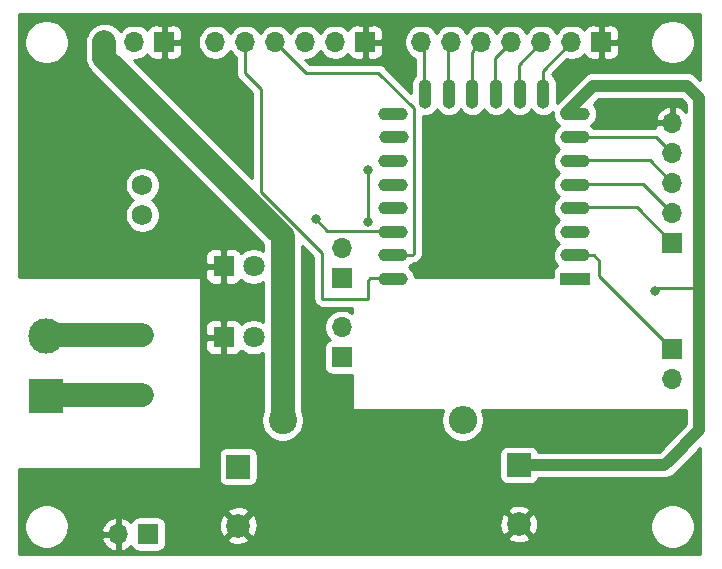
<source format=gbr>
%TF.GenerationSoftware,KiCad,Pcbnew,5.1.6-c6e7f7d~87~ubuntu18.04.1*%
%TF.CreationDate,2022-02-07T12:13:50+00:00*%
%TF.ProjectId,wifiboard-v4,77696669-626f-4617-9264-2d76342e6b69,rev?*%
%TF.SameCoordinates,Original*%
%TF.FileFunction,Copper,L2,Bot*%
%TF.FilePolarity,Positive*%
%FSLAX46Y46*%
G04 Gerber Fmt 4.6, Leading zero omitted, Abs format (unit mm)*
G04 Created by KiCad (PCBNEW 5.1.6-c6e7f7d~87~ubuntu18.04.1) date 2022-02-07 12:13:50*
%MOMM*%
%LPD*%
G01*
G04 APERTURE LIST*
%TA.AperFunction,ComponentPad*%
%ADD10C,2.000000*%
%TD*%
%TA.AperFunction,ComponentPad*%
%ADD11R,2.000000X2.000000*%
%TD*%
%TA.AperFunction,ComponentPad*%
%ADD12C,1.800000*%
%TD*%
%TA.AperFunction,ComponentPad*%
%ADD13R,1.800000X1.800000*%
%TD*%
%TA.AperFunction,ComponentPad*%
%ADD14O,1.700000X1.700000*%
%TD*%
%TA.AperFunction,ComponentPad*%
%ADD15R,1.700000X1.700000*%
%TD*%
%TA.AperFunction,ComponentPad*%
%ADD16R,3.000000X3.000000*%
%TD*%
%TA.AperFunction,ComponentPad*%
%ADD17C,3.000000*%
%TD*%
%TA.AperFunction,ComponentPad*%
%ADD18C,1.725000*%
%TD*%
%TA.AperFunction,ComponentPad*%
%ADD19C,2.400000*%
%TD*%
%TA.AperFunction,ComponentPad*%
%ADD20O,2.400000X2.400000*%
%TD*%
%TA.AperFunction,ComponentPad*%
%ADD21R,2.500000X1.100000*%
%TD*%
%TA.AperFunction,ComponentPad*%
%ADD22O,2.500000X1.100000*%
%TD*%
%TA.AperFunction,ComponentPad*%
%ADD23O,1.100000X2.500000*%
%TD*%
%TA.AperFunction,ViaPad*%
%ADD24C,0.800000*%
%TD*%
%TA.AperFunction,Conductor*%
%ADD25C,0.250000*%
%TD*%
%TA.AperFunction,Conductor*%
%ADD26C,1.000000*%
%TD*%
%TA.AperFunction,Conductor*%
%ADD27C,2.000000*%
%TD*%
%TA.AperFunction,Conductor*%
%ADD28C,0.254000*%
%TD*%
G04 APERTURE END LIST*
D10*
%TO.P,C1,2*%
%TO.N,GND*%
X39243000Y-175942000D03*
D11*
%TO.P,C1,1*%
%TO.N,Net-(C1-Pad1)*%
X39243000Y-170942000D03*
%TD*%
%TO.P,C3,1*%
%TO.N,+3V3*%
X63000000Y-170815000D03*
D10*
%TO.P,C3,2*%
%TO.N,GND*%
X63000000Y-175815000D03*
%TD*%
D12*
%TO.P,D1,2*%
%TO.N,Net-(D1-Pad2)*%
X40540000Y-154000000D03*
D13*
%TO.P,D1,1*%
%TO.N,GND*%
X38000000Y-154000000D03*
%TD*%
%TO.P,D2,1*%
%TO.N,GND*%
X38000000Y-160000000D03*
D12*
%TO.P,D2,2*%
%TO.N,Net-(D2-Pad2)*%
X40540000Y-160000000D03*
%TD*%
D14*
%TO.P,J1,2*%
%TO.N,GND*%
X29083000Y-176657000D03*
D15*
%TO.P,J1,1*%
%TO.N,+12V*%
X31623000Y-176657000D03*
%TD*%
%TO.P,J2,1*%
%TO.N,Net-(C2-Pad1)*%
X76000000Y-161000000D03*
D14*
%TO.P,J2,2*%
%TO.N,GND*%
X76000000Y-163540000D03*
%TD*%
D15*
%TO.P,J3,1*%
%TO.N,Net-(J3-Pad1)*%
X76000000Y-152000000D03*
D14*
%TO.P,J3,2*%
%TO.N,Net-(J3-Pad2)*%
X76000000Y-149460000D03*
%TO.P,J3,3*%
%TO.N,Net-(J3-Pad3)*%
X76000000Y-146920000D03*
%TO.P,J3,4*%
%TO.N,Net-(J3-Pad4)*%
X76000000Y-144380000D03*
%TO.P,J3,5*%
%TO.N,GND*%
X76000000Y-141840000D03*
%TD*%
D15*
%TO.P,J4,1*%
%TO.N,GND*%
X70000000Y-135000000D03*
D14*
%TO.P,J4,2*%
%TO.N,Net-(J4-Pad2)*%
X67460000Y-135000000D03*
%TO.P,J4,3*%
%TO.N,Net-(J4-Pad3)*%
X64920000Y-135000000D03*
%TO.P,J4,4*%
%TO.N,Net-(J4-Pad4)*%
X62380000Y-135000000D03*
%TO.P,J4,5*%
%TO.N,Net-(J4-Pad5)*%
X59840000Y-135000000D03*
%TO.P,J4,6*%
%TO.N,Net-(J4-Pad6)*%
X57300000Y-135000000D03*
%TO.P,J4,7*%
%TO.N,Net-(J4-Pad7)*%
X54760000Y-135000000D03*
%TD*%
D15*
%TO.P,J5,1*%
%TO.N,GND*%
X50000000Y-135000000D03*
D14*
%TO.P,J5,2*%
%TO.N,Net-(J5-Pad2)*%
X47460000Y-135000000D03*
%TO.P,J5,3*%
%TO.N,Net-(J5-Pad3)*%
X44920000Y-135000000D03*
%TO.P,J5,4*%
%TO.N,Net-(J5-Pad4)*%
X42380000Y-135000000D03*
%TO.P,J5,5*%
%TO.N,Net-(J5-Pad5)*%
X39840000Y-135000000D03*
%TO.P,J5,6*%
%TO.N,Net-(J5-Pad6)*%
X37300000Y-135000000D03*
%TD*%
D15*
%TO.P,J6,1*%
%TO.N,GND*%
X48000000Y-155000000D03*
D14*
%TO.P,J6,2*%
%TO.N,Net-(J6-Pad2)*%
X48000000Y-152460000D03*
%TD*%
D15*
%TO.P,J7,1*%
%TO.N,GND*%
X33000000Y-135000000D03*
D14*
%TO.P,J7,2*%
%TO.N,Net-(J7-Pad2)*%
X30460000Y-135000000D03*
%TO.P,J7,3*%
%TO.N,+12V*%
X27920000Y-135000000D03*
%TD*%
D16*
%TO.P,J8,1*%
%TO.N,Net-(J8-Pad1)*%
X23000000Y-165000000D03*
D17*
%TO.P,J8,2*%
%TO.N,Net-(J8-Pad2)*%
X23000000Y-159920000D03*
%TD*%
D18*
%TO.P,K1,1*%
%TO.N,Net-(J7-Pad2)*%
X31123000Y-147110000D03*
%TO.P,K1,2*%
%TO.N,Net-(K1-Pad2)*%
X31123000Y-149650000D03*
%TO.P,K1,3*%
%TO.N,Net-(J8-Pad2)*%
X31123000Y-159810000D03*
%TO.P,K1,4*%
%TO.N,Net-(J8-Pad1)*%
X31123000Y-164890000D03*
%TD*%
D19*
%TO.P,R1,1*%
%TO.N,+12V*%
X43000000Y-167000000D03*
D20*
%TO.P,R1,2*%
%TO.N,Net-(C1-Pad1)*%
X58240000Y-167000000D03*
%TD*%
D15*
%TO.P,J9,1*%
%TO.N,Net-(J9-Pad1)*%
X48006000Y-161671000D03*
D14*
%TO.P,J9,2*%
%TO.N,Net-(J9-Pad2)*%
X48006000Y-159131000D03*
%TD*%
D21*
%TO.P,U1,1*%
%TO.N,Net-(C5-Pad1)*%
X67756000Y-155067000D03*
D22*
%TO.P,U1,2*%
%TO.N,Net-(C2-Pad1)*%
X67756000Y-153067000D03*
%TO.P,U1,3*%
%TO.N,Net-(R3-Pad2)*%
X67756000Y-151067000D03*
%TO.P,U1,4*%
%TO.N,Net-(J3-Pad1)*%
X67756000Y-149067000D03*
%TO.P,U1,5*%
%TO.N,Net-(J3-Pad2)*%
X67756000Y-147067000D03*
%TO.P,U1,6*%
%TO.N,Net-(J3-Pad3)*%
X67756000Y-145067000D03*
%TO.P,U1,7*%
%TO.N,Net-(J3-Pad4)*%
X67756000Y-143067000D03*
%TO.P,U1,8*%
%TO.N,+3V3*%
X67756000Y-141067000D03*
%TO.P,U1,9*%
%TO.N,GND*%
X52356000Y-141067000D03*
%TO.P,U1,10*%
%TO.N,Net-(R6-Pad2)*%
X52456000Y-143067000D03*
%TO.P,U1,11*%
%TO.N,Net-(R7-Pad2)*%
X52356000Y-145067000D03*
%TO.P,U1,12*%
%TO.N,Net-(J6-Pad2)*%
X52356000Y-147067000D03*
%TO.P,U1,13*%
%TO.N,Net-(R5-Pad2)*%
X52356000Y-149067000D03*
%TO.P,U1,14*%
%TO.N,Net-(J9-Pad2)*%
X52356000Y-151067000D03*
%TO.P,U1,15*%
%TO.N,Net-(J5-Pad4)*%
X52356000Y-153067000D03*
%TO.P,U1,16*%
%TO.N,Net-(J5-Pad5)*%
X52356000Y-155067000D03*
D23*
%TO.P,U1,17*%
%TO.N,Net-(J4-Pad2)*%
X65066000Y-139367000D03*
%TO.P,U1,18*%
%TO.N,Net-(J4-Pad3)*%
X63066000Y-139367000D03*
%TO.P,U1,19*%
%TO.N,Net-(J4-Pad4)*%
X61066000Y-139367000D03*
%TO.P,U1,20*%
%TO.N,Net-(J4-Pad5)*%
X59066000Y-139367000D03*
%TO.P,U1,21*%
%TO.N,Net-(J4-Pad6)*%
X57066000Y-139367000D03*
%TO.P,U1,22*%
%TO.N,Net-(J4-Pad7)*%
X55066000Y-139367000D03*
%TD*%
D24*
%TO.N,GND*%
X60000000Y-147000000D03*
X53467000Y-138557000D03*
%TO.N,+3V3*%
X74549000Y-156083000D03*
%TO.N,Net-(J6-Pad2)*%
X50200000Y-150200000D03*
X50200000Y-145800000D03*
%TO.N,Net-(J9-Pad2)*%
X45800000Y-150000000D03*
%TD*%
D25*
%TO.N,Net-(C2-Pad1)*%
X67056000Y-153067000D02*
X69374000Y-153067000D01*
X69831500Y-153524500D02*
X69831500Y-154831500D01*
X69374000Y-153067000D02*
X69831500Y-153524500D01*
X69831500Y-154831500D02*
X76000000Y-161000000D01*
D26*
%TO.N,+3V3*%
X78274990Y-139742990D02*
X77216000Y-138684000D01*
X69316000Y-138684000D02*
X67000000Y-141000000D01*
X77216000Y-138684000D02*
X69316000Y-138684000D01*
D25*
X78274990Y-155786010D02*
X74845990Y-155786010D01*
D26*
X78274990Y-167851010D02*
X78274990Y-155786010D01*
X78274990Y-155786010D02*
X78274990Y-139742990D01*
D25*
X74845990Y-155786010D02*
X74549000Y-156083000D01*
X74549000Y-156083000D02*
X74549000Y-156083000D01*
D26*
X75311000Y-170815000D02*
X75692000Y-170434000D01*
X63000000Y-170815000D02*
X75311000Y-170815000D01*
X75692000Y-170434000D02*
X78274990Y-167851010D01*
D27*
%TO.N,+12V*%
X43000000Y-167000000D02*
X43000000Y-151400000D01*
X27920000Y-136320000D02*
X27920000Y-135000000D01*
X43000000Y-151400000D02*
X27920000Y-136320000D01*
D25*
%TO.N,Net-(J3-Pad1)*%
X73000000Y-149000000D02*
X76000000Y-152000000D01*
X67000000Y-149000000D02*
X73000000Y-149000000D01*
%TO.N,Net-(J3-Pad2)*%
X73540000Y-147000000D02*
X76000000Y-149460000D01*
X67000000Y-147000000D02*
X73540000Y-147000000D01*
%TO.N,Net-(J3-Pad3)*%
X74080000Y-145000000D02*
X76000000Y-146920000D01*
X67000000Y-145000000D02*
X74080000Y-145000000D01*
%TO.N,Net-(J3-Pad4)*%
X74620000Y-143000000D02*
X76000000Y-144380000D01*
X67000000Y-143000000D02*
X74620000Y-143000000D01*
%TO.N,Net-(J4-Pad2)*%
X65010000Y-137450000D02*
X67460000Y-135000000D01*
X65010000Y-140000000D02*
X65010000Y-137450000D01*
%TO.N,Net-(J4-Pad3)*%
X63010000Y-136910000D02*
X64920000Y-135000000D01*
X63010000Y-140000000D02*
X63010000Y-136910000D01*
%TO.N,Net-(J4-Pad4)*%
X61010000Y-136370000D02*
X62380000Y-135000000D01*
X61010000Y-140000000D02*
X61010000Y-136370000D01*
%TO.N,Net-(J4-Pad5)*%
X59010000Y-135830000D02*
X59840000Y-135000000D01*
X59010000Y-140000000D02*
X59010000Y-135830000D01*
%TO.N,Net-(J4-Pad6)*%
X57010000Y-135290000D02*
X57300000Y-135000000D01*
X57010000Y-140000000D02*
X57010000Y-135290000D01*
%TO.N,Net-(J4-Pad7)*%
X55010000Y-135250000D02*
X54760000Y-135000000D01*
X55010000Y-140000000D02*
X55010000Y-135250000D01*
%TO.N,Net-(J5-Pad4)*%
X44980000Y-137600000D02*
X42380000Y-135000000D01*
X51113000Y-137600000D02*
X44980000Y-137600000D01*
X54134990Y-140621990D02*
X51113000Y-137600000D01*
X54134990Y-152875010D02*
X54134990Y-140621990D01*
X54010000Y-153000000D02*
X54134990Y-152875010D01*
X53000000Y-153000000D02*
X54010000Y-153000000D01*
%TO.N,Net-(J5-Pad5)*%
X50400000Y-155000000D02*
X53000000Y-155000000D01*
X50200000Y-155200000D02*
X50400000Y-155000000D01*
X41204999Y-147731153D02*
X46374989Y-152901143D01*
X41204999Y-139004999D02*
X41204999Y-147731153D01*
X39840000Y-137640000D02*
X41204999Y-139004999D01*
X39840000Y-135000000D02*
X39840000Y-137640000D01*
X50200000Y-156753000D02*
X46390000Y-156753000D01*
X46390000Y-156753000D02*
X46374989Y-156737989D01*
X46374989Y-152901143D02*
X46374989Y-156737989D01*
X50200000Y-156753000D02*
X50200000Y-155200000D01*
%TO.N,Net-(J6-Pad2)*%
X50200000Y-145800000D02*
X50200000Y-150200000D01*
D27*
%TO.N,Net-(J8-Pad1)*%
X23110000Y-164890000D02*
X23000000Y-165000000D01*
X31123000Y-164890000D02*
X23110000Y-164890000D01*
%TO.N,Net-(J8-Pad2)*%
X23110000Y-159810000D02*
X23000000Y-159920000D01*
X31123000Y-159810000D02*
X23110000Y-159810000D01*
D25*
%TO.N,Net-(J9-Pad2)*%
X53000000Y-151000000D02*
X47720998Y-151000000D01*
X47720998Y-151000000D02*
X46800000Y-151000000D01*
X46800000Y-151000000D02*
X45800000Y-150000000D01*
X45800000Y-150000000D02*
X45800000Y-150000000D01*
%TD*%
D28*
%TO.N,GND*%
G36*
X78340000Y-138202869D02*
G01*
X78057996Y-137920864D01*
X78022449Y-137877551D01*
X77849623Y-137735716D01*
X77652447Y-137630324D01*
X77438499Y-137565423D01*
X77271752Y-137549000D01*
X77271751Y-137549000D01*
X77216000Y-137543509D01*
X77160249Y-137549000D01*
X69371752Y-137549000D01*
X69316000Y-137543509D01*
X69093501Y-137565423D01*
X68879553Y-137630324D01*
X68682377Y-137735716D01*
X68552856Y-137842011D01*
X68552855Y-137842012D01*
X68509551Y-137877551D01*
X68474013Y-137920854D01*
X66248961Y-140145908D01*
X66251000Y-140125207D01*
X66251000Y-138608793D01*
X66233853Y-138434700D01*
X66166094Y-138211326D01*
X66056058Y-138005464D01*
X65907975Y-137825025D01*
X65799115Y-137735686D01*
X67093592Y-136441210D01*
X67313740Y-136485000D01*
X67606260Y-136485000D01*
X67893158Y-136427932D01*
X68163411Y-136315990D01*
X68406632Y-136153475D01*
X68538487Y-136021620D01*
X68560498Y-136094180D01*
X68619463Y-136204494D01*
X68698815Y-136301185D01*
X68795506Y-136380537D01*
X68905820Y-136439502D01*
X69025518Y-136475812D01*
X69150000Y-136488072D01*
X69714250Y-136485000D01*
X69873000Y-136326250D01*
X69873000Y-135127000D01*
X70127000Y-135127000D01*
X70127000Y-136326250D01*
X70285750Y-136485000D01*
X70850000Y-136488072D01*
X70974482Y-136475812D01*
X71094180Y-136439502D01*
X71204494Y-136380537D01*
X71301185Y-136301185D01*
X71380537Y-136204494D01*
X71439502Y-136094180D01*
X71475812Y-135974482D01*
X71488072Y-135850000D01*
X71485000Y-135285750D01*
X71326250Y-135127000D01*
X70127000Y-135127000D01*
X69873000Y-135127000D01*
X69853000Y-135127000D01*
X69853000Y-134873000D01*
X69873000Y-134873000D01*
X69873000Y-133673750D01*
X70127000Y-133673750D01*
X70127000Y-134873000D01*
X71326250Y-134873000D01*
X71384906Y-134814344D01*
X74115000Y-134814344D01*
X74115000Y-135185656D01*
X74187439Y-135549834D01*
X74329534Y-135892882D01*
X74535825Y-136201618D01*
X74798382Y-136464175D01*
X75107118Y-136670466D01*
X75450166Y-136812561D01*
X75814344Y-136885000D01*
X76185656Y-136885000D01*
X76549834Y-136812561D01*
X76892882Y-136670466D01*
X77201618Y-136464175D01*
X77464175Y-136201618D01*
X77670466Y-135892882D01*
X77812561Y-135549834D01*
X77885000Y-135185656D01*
X77885000Y-134814344D01*
X77812561Y-134450166D01*
X77670466Y-134107118D01*
X77464175Y-133798382D01*
X77201618Y-133535825D01*
X76892882Y-133329534D01*
X76549834Y-133187439D01*
X76185656Y-133115000D01*
X75814344Y-133115000D01*
X75450166Y-133187439D01*
X75107118Y-133329534D01*
X74798382Y-133535825D01*
X74535825Y-133798382D01*
X74329534Y-134107118D01*
X74187439Y-134450166D01*
X74115000Y-134814344D01*
X71384906Y-134814344D01*
X71485000Y-134714250D01*
X71488072Y-134150000D01*
X71475812Y-134025518D01*
X71439502Y-133905820D01*
X71380537Y-133795506D01*
X71301185Y-133698815D01*
X71204494Y-133619463D01*
X71094180Y-133560498D01*
X70974482Y-133524188D01*
X70850000Y-133511928D01*
X70285750Y-133515000D01*
X70127000Y-133673750D01*
X69873000Y-133673750D01*
X69714250Y-133515000D01*
X69150000Y-133511928D01*
X69025518Y-133524188D01*
X68905820Y-133560498D01*
X68795506Y-133619463D01*
X68698815Y-133698815D01*
X68619463Y-133795506D01*
X68560498Y-133905820D01*
X68538487Y-133978380D01*
X68406632Y-133846525D01*
X68163411Y-133684010D01*
X67893158Y-133572068D01*
X67606260Y-133515000D01*
X67313740Y-133515000D01*
X67026842Y-133572068D01*
X66756589Y-133684010D01*
X66513368Y-133846525D01*
X66306525Y-134053368D01*
X66190000Y-134227760D01*
X66073475Y-134053368D01*
X65866632Y-133846525D01*
X65623411Y-133684010D01*
X65353158Y-133572068D01*
X65066260Y-133515000D01*
X64773740Y-133515000D01*
X64486842Y-133572068D01*
X64216589Y-133684010D01*
X63973368Y-133846525D01*
X63766525Y-134053368D01*
X63650000Y-134227760D01*
X63533475Y-134053368D01*
X63326632Y-133846525D01*
X63083411Y-133684010D01*
X62813158Y-133572068D01*
X62526260Y-133515000D01*
X62233740Y-133515000D01*
X61946842Y-133572068D01*
X61676589Y-133684010D01*
X61433368Y-133846525D01*
X61226525Y-134053368D01*
X61110000Y-134227760D01*
X60993475Y-134053368D01*
X60786632Y-133846525D01*
X60543411Y-133684010D01*
X60273158Y-133572068D01*
X59986260Y-133515000D01*
X59693740Y-133515000D01*
X59406842Y-133572068D01*
X59136589Y-133684010D01*
X58893368Y-133846525D01*
X58686525Y-134053368D01*
X58570000Y-134227760D01*
X58453475Y-134053368D01*
X58246632Y-133846525D01*
X58003411Y-133684010D01*
X57733158Y-133572068D01*
X57446260Y-133515000D01*
X57153740Y-133515000D01*
X56866842Y-133572068D01*
X56596589Y-133684010D01*
X56353368Y-133846525D01*
X56146525Y-134053368D01*
X56030000Y-134227760D01*
X55913475Y-134053368D01*
X55706632Y-133846525D01*
X55463411Y-133684010D01*
X55193158Y-133572068D01*
X54906260Y-133515000D01*
X54613740Y-133515000D01*
X54326842Y-133572068D01*
X54056589Y-133684010D01*
X53813368Y-133846525D01*
X53606525Y-134053368D01*
X53444010Y-134296589D01*
X53332068Y-134566842D01*
X53275000Y-134853740D01*
X53275000Y-135146260D01*
X53332068Y-135433158D01*
X53444010Y-135703411D01*
X53606525Y-135946632D01*
X53813368Y-136153475D01*
X54056589Y-136315990D01*
X54250001Y-136396103D01*
X54250000Y-137803708D01*
X54224026Y-137825025D01*
X54075943Y-138005464D01*
X53965906Y-138211326D01*
X53898147Y-138434700D01*
X53881000Y-138608793D01*
X53881000Y-139293198D01*
X51676804Y-137089003D01*
X51653001Y-137059999D01*
X51537276Y-136965026D01*
X51405247Y-136894454D01*
X51261986Y-136850997D01*
X51150333Y-136840000D01*
X51150322Y-136840000D01*
X51113000Y-136836324D01*
X51075678Y-136840000D01*
X45294802Y-136840000D01*
X44939802Y-136485000D01*
X45066260Y-136485000D01*
X45353158Y-136427932D01*
X45623411Y-136315990D01*
X45866632Y-136153475D01*
X46073475Y-135946632D01*
X46190000Y-135772240D01*
X46306525Y-135946632D01*
X46513368Y-136153475D01*
X46756589Y-136315990D01*
X47026842Y-136427932D01*
X47313740Y-136485000D01*
X47606260Y-136485000D01*
X47893158Y-136427932D01*
X48163411Y-136315990D01*
X48406632Y-136153475D01*
X48538487Y-136021620D01*
X48560498Y-136094180D01*
X48619463Y-136204494D01*
X48698815Y-136301185D01*
X48795506Y-136380537D01*
X48905820Y-136439502D01*
X49025518Y-136475812D01*
X49150000Y-136488072D01*
X49714250Y-136485000D01*
X49873000Y-136326250D01*
X49873000Y-135127000D01*
X50127000Y-135127000D01*
X50127000Y-136326250D01*
X50285750Y-136485000D01*
X50850000Y-136488072D01*
X50974482Y-136475812D01*
X51094180Y-136439502D01*
X51204494Y-136380537D01*
X51301185Y-136301185D01*
X51380537Y-136204494D01*
X51439502Y-136094180D01*
X51475812Y-135974482D01*
X51488072Y-135850000D01*
X51485000Y-135285750D01*
X51326250Y-135127000D01*
X50127000Y-135127000D01*
X49873000Y-135127000D01*
X49853000Y-135127000D01*
X49853000Y-134873000D01*
X49873000Y-134873000D01*
X49873000Y-133673750D01*
X50127000Y-133673750D01*
X50127000Y-134873000D01*
X51326250Y-134873000D01*
X51485000Y-134714250D01*
X51488072Y-134150000D01*
X51475812Y-134025518D01*
X51439502Y-133905820D01*
X51380537Y-133795506D01*
X51301185Y-133698815D01*
X51204494Y-133619463D01*
X51094180Y-133560498D01*
X50974482Y-133524188D01*
X50850000Y-133511928D01*
X50285750Y-133515000D01*
X50127000Y-133673750D01*
X49873000Y-133673750D01*
X49714250Y-133515000D01*
X49150000Y-133511928D01*
X49025518Y-133524188D01*
X48905820Y-133560498D01*
X48795506Y-133619463D01*
X48698815Y-133698815D01*
X48619463Y-133795506D01*
X48560498Y-133905820D01*
X48538487Y-133978380D01*
X48406632Y-133846525D01*
X48163411Y-133684010D01*
X47893158Y-133572068D01*
X47606260Y-133515000D01*
X47313740Y-133515000D01*
X47026842Y-133572068D01*
X46756589Y-133684010D01*
X46513368Y-133846525D01*
X46306525Y-134053368D01*
X46190000Y-134227760D01*
X46073475Y-134053368D01*
X45866632Y-133846525D01*
X45623411Y-133684010D01*
X45353158Y-133572068D01*
X45066260Y-133515000D01*
X44773740Y-133515000D01*
X44486842Y-133572068D01*
X44216589Y-133684010D01*
X43973368Y-133846525D01*
X43766525Y-134053368D01*
X43650000Y-134227760D01*
X43533475Y-134053368D01*
X43326632Y-133846525D01*
X43083411Y-133684010D01*
X42813158Y-133572068D01*
X42526260Y-133515000D01*
X42233740Y-133515000D01*
X41946842Y-133572068D01*
X41676589Y-133684010D01*
X41433368Y-133846525D01*
X41226525Y-134053368D01*
X41110000Y-134227760D01*
X40993475Y-134053368D01*
X40786632Y-133846525D01*
X40543411Y-133684010D01*
X40273158Y-133572068D01*
X39986260Y-133515000D01*
X39693740Y-133515000D01*
X39406842Y-133572068D01*
X39136589Y-133684010D01*
X38893368Y-133846525D01*
X38686525Y-134053368D01*
X38570000Y-134227760D01*
X38453475Y-134053368D01*
X38246632Y-133846525D01*
X38003411Y-133684010D01*
X37733158Y-133572068D01*
X37446260Y-133515000D01*
X37153740Y-133515000D01*
X36866842Y-133572068D01*
X36596589Y-133684010D01*
X36353368Y-133846525D01*
X36146525Y-134053368D01*
X35984010Y-134296589D01*
X35872068Y-134566842D01*
X35815000Y-134853740D01*
X35815000Y-135146260D01*
X35872068Y-135433158D01*
X35984010Y-135703411D01*
X36146525Y-135946632D01*
X36353368Y-136153475D01*
X36596589Y-136315990D01*
X36866842Y-136427932D01*
X37153740Y-136485000D01*
X37446260Y-136485000D01*
X37733158Y-136427932D01*
X38003411Y-136315990D01*
X38246632Y-136153475D01*
X38453475Y-135946632D01*
X38570000Y-135772240D01*
X38686525Y-135946632D01*
X38893368Y-136153475D01*
X39080000Y-136278179D01*
X39080001Y-137602668D01*
X39076324Y-137640000D01*
X39080001Y-137677333D01*
X39086395Y-137742246D01*
X39090998Y-137788985D01*
X39134454Y-137932246D01*
X39205026Y-138064276D01*
X39267172Y-138140000D01*
X39300000Y-138180001D01*
X39328998Y-138203799D01*
X40444999Y-139319801D01*
X40445000Y-146532760D01*
X30397238Y-136485000D01*
X30606260Y-136485000D01*
X30893158Y-136427932D01*
X31163411Y-136315990D01*
X31406632Y-136153475D01*
X31538487Y-136021620D01*
X31560498Y-136094180D01*
X31619463Y-136204494D01*
X31698815Y-136301185D01*
X31795506Y-136380537D01*
X31905820Y-136439502D01*
X32025518Y-136475812D01*
X32150000Y-136488072D01*
X32714250Y-136485000D01*
X32873000Y-136326250D01*
X32873000Y-135127000D01*
X33127000Y-135127000D01*
X33127000Y-136326250D01*
X33285750Y-136485000D01*
X33850000Y-136488072D01*
X33974482Y-136475812D01*
X34094180Y-136439502D01*
X34204494Y-136380537D01*
X34301185Y-136301185D01*
X34380537Y-136204494D01*
X34439502Y-136094180D01*
X34475812Y-135974482D01*
X34488072Y-135850000D01*
X34485000Y-135285750D01*
X34326250Y-135127000D01*
X33127000Y-135127000D01*
X32873000Y-135127000D01*
X32853000Y-135127000D01*
X32853000Y-134873000D01*
X32873000Y-134873000D01*
X32873000Y-133673750D01*
X33127000Y-133673750D01*
X33127000Y-134873000D01*
X34326250Y-134873000D01*
X34485000Y-134714250D01*
X34488072Y-134150000D01*
X34475812Y-134025518D01*
X34439502Y-133905820D01*
X34380537Y-133795506D01*
X34301185Y-133698815D01*
X34204494Y-133619463D01*
X34094180Y-133560498D01*
X33974482Y-133524188D01*
X33850000Y-133511928D01*
X33285750Y-133515000D01*
X33127000Y-133673750D01*
X32873000Y-133673750D01*
X32714250Y-133515000D01*
X32150000Y-133511928D01*
X32025518Y-133524188D01*
X31905820Y-133560498D01*
X31795506Y-133619463D01*
X31698815Y-133698815D01*
X31619463Y-133795506D01*
X31560498Y-133905820D01*
X31538487Y-133978380D01*
X31406632Y-133846525D01*
X31163411Y-133684010D01*
X30893158Y-133572068D01*
X30606260Y-133515000D01*
X30313740Y-133515000D01*
X30026842Y-133572068D01*
X29756589Y-133684010D01*
X29513368Y-133846525D01*
X29306525Y-134053368D01*
X29284849Y-134085808D01*
X29081714Y-133838286D01*
X28832752Y-133633969D01*
X28548715Y-133482148D01*
X28240516Y-133388657D01*
X27920000Y-133357089D01*
X27599485Y-133388657D01*
X27291286Y-133482148D01*
X27007249Y-133633969D01*
X26758287Y-133838286D01*
X26553970Y-134087248D01*
X26402149Y-134371285D01*
X26308657Y-134679484D01*
X26285000Y-134919678D01*
X26285000Y-136239681D01*
X26277089Y-136320000D01*
X26285000Y-136400319D01*
X26285000Y-136400321D01*
X26308657Y-136640515D01*
X26402148Y-136948714D01*
X26553969Y-137232751D01*
X26758286Y-137481714D01*
X26820687Y-137532925D01*
X41365001Y-152077241D01*
X41365001Y-152705120D01*
X41267095Y-152639701D01*
X40987743Y-152523989D01*
X40691184Y-152465000D01*
X40388816Y-152465000D01*
X40092257Y-152523989D01*
X39812905Y-152639701D01*
X39561495Y-152807688D01*
X39495056Y-152874127D01*
X39489502Y-152855820D01*
X39430537Y-152745506D01*
X39351185Y-152648815D01*
X39254494Y-152569463D01*
X39144180Y-152510498D01*
X39024482Y-152474188D01*
X38900000Y-152461928D01*
X38285750Y-152465000D01*
X38127000Y-152623750D01*
X38127000Y-153873000D01*
X38147000Y-153873000D01*
X38147000Y-154127000D01*
X38127000Y-154127000D01*
X38127000Y-155376250D01*
X38285750Y-155535000D01*
X38900000Y-155538072D01*
X39024482Y-155525812D01*
X39144180Y-155489502D01*
X39254494Y-155430537D01*
X39351185Y-155351185D01*
X39430537Y-155254494D01*
X39489502Y-155144180D01*
X39495056Y-155125873D01*
X39561495Y-155192312D01*
X39812905Y-155360299D01*
X40092257Y-155476011D01*
X40388816Y-155535000D01*
X40691184Y-155535000D01*
X40987743Y-155476011D01*
X41267095Y-155360299D01*
X41365001Y-155294880D01*
X41365001Y-158705119D01*
X41267095Y-158639701D01*
X40987743Y-158523989D01*
X40691184Y-158465000D01*
X40388816Y-158465000D01*
X40092257Y-158523989D01*
X39812905Y-158639701D01*
X39561495Y-158807688D01*
X39495056Y-158874127D01*
X39489502Y-158855820D01*
X39430537Y-158745506D01*
X39351185Y-158648815D01*
X39254494Y-158569463D01*
X39144180Y-158510498D01*
X39024482Y-158474188D01*
X38900000Y-158461928D01*
X38285750Y-158465000D01*
X38127000Y-158623750D01*
X38127000Y-159873000D01*
X38147000Y-159873000D01*
X38147000Y-160127000D01*
X38127000Y-160127000D01*
X38127000Y-161376250D01*
X38285750Y-161535000D01*
X38900000Y-161538072D01*
X39024482Y-161525812D01*
X39144180Y-161489502D01*
X39254494Y-161430537D01*
X39351185Y-161351185D01*
X39430537Y-161254494D01*
X39489502Y-161144180D01*
X39495056Y-161125873D01*
X39561495Y-161192312D01*
X39812905Y-161360299D01*
X40092257Y-161476011D01*
X40388816Y-161535000D01*
X40691184Y-161535000D01*
X40987743Y-161476011D01*
X41267095Y-161360299D01*
X41365000Y-161294881D01*
X41365000Y-166152152D01*
X41235518Y-166464750D01*
X41165000Y-166819268D01*
X41165000Y-167180732D01*
X41235518Y-167535250D01*
X41373844Y-167869199D01*
X41574662Y-168169744D01*
X41830256Y-168425338D01*
X42130801Y-168626156D01*
X42464750Y-168764482D01*
X42819268Y-168835000D01*
X43180732Y-168835000D01*
X43535250Y-168764482D01*
X43869199Y-168626156D01*
X44169744Y-168425338D01*
X44425338Y-168169744D01*
X44626156Y-167869199D01*
X44764482Y-167535250D01*
X44835000Y-167180732D01*
X44835000Y-166819268D01*
X44764482Y-166464750D01*
X44635000Y-166152152D01*
X44635000Y-152235956D01*
X45614989Y-153215945D01*
X45614990Y-156700657D01*
X45611313Y-156737989D01*
X45614990Y-156775322D01*
X45625987Y-156886975D01*
X45637977Y-156926501D01*
X45669443Y-157030235D01*
X45740015Y-157162265D01*
X45811190Y-157248991D01*
X45834989Y-157277990D01*
X45843231Y-157284754D01*
X45849999Y-157293001D01*
X45965724Y-157387974D01*
X46097753Y-157458546D01*
X46241014Y-157502003D01*
X46352667Y-157513000D01*
X46352675Y-157513000D01*
X46390000Y-157516676D01*
X46427325Y-157513000D01*
X48873000Y-157513000D01*
X48873000Y-157924317D01*
X48709411Y-157815010D01*
X48439158Y-157703068D01*
X48152260Y-157646000D01*
X47859740Y-157646000D01*
X47572842Y-157703068D01*
X47302589Y-157815010D01*
X47059368Y-157977525D01*
X46852525Y-158184368D01*
X46690010Y-158427589D01*
X46578068Y-158697842D01*
X46521000Y-158984740D01*
X46521000Y-159277260D01*
X46578068Y-159564158D01*
X46690010Y-159834411D01*
X46852525Y-160077632D01*
X46984380Y-160209487D01*
X46911820Y-160231498D01*
X46801506Y-160290463D01*
X46704815Y-160369815D01*
X46625463Y-160466506D01*
X46566498Y-160576820D01*
X46530188Y-160696518D01*
X46517928Y-160821000D01*
X46517928Y-162521000D01*
X46530188Y-162645482D01*
X46566498Y-162765180D01*
X46625463Y-162875494D01*
X46704815Y-162972185D01*
X46801506Y-163051537D01*
X46911820Y-163110502D01*
X47031518Y-163146812D01*
X47156000Y-163159072D01*
X48856000Y-163159072D01*
X48873000Y-163157398D01*
X48873000Y-166000000D01*
X48875440Y-166024776D01*
X48882667Y-166048601D01*
X48894403Y-166070557D01*
X48910197Y-166089803D01*
X48929443Y-166105597D01*
X48951399Y-166117333D01*
X48975224Y-166124560D01*
X49000000Y-166127000D01*
X56616384Y-166127000D01*
X56613844Y-166130801D01*
X56475518Y-166464750D01*
X56405000Y-166819268D01*
X56405000Y-167180732D01*
X56475518Y-167535250D01*
X56613844Y-167869199D01*
X56814662Y-168169744D01*
X57070256Y-168425338D01*
X57370801Y-168626156D01*
X57704750Y-168764482D01*
X58059268Y-168835000D01*
X58420732Y-168835000D01*
X58775250Y-168764482D01*
X59109199Y-168626156D01*
X59409744Y-168425338D01*
X59665338Y-168169744D01*
X59866156Y-167869199D01*
X60004482Y-167535250D01*
X60075000Y-167180732D01*
X60075000Y-166819268D01*
X60004482Y-166464750D01*
X59866156Y-166130801D01*
X59863616Y-166127000D01*
X77139990Y-166127000D01*
X77139990Y-167380878D01*
X74928857Y-169592012D01*
X74840869Y-169680000D01*
X64622621Y-169680000D01*
X64589502Y-169570820D01*
X64530537Y-169460506D01*
X64451185Y-169363815D01*
X64354494Y-169284463D01*
X64244180Y-169225498D01*
X64124482Y-169189188D01*
X64000000Y-169176928D01*
X62000000Y-169176928D01*
X61875518Y-169189188D01*
X61755820Y-169225498D01*
X61645506Y-169284463D01*
X61548815Y-169363815D01*
X61469463Y-169460506D01*
X61410498Y-169570820D01*
X61374188Y-169690518D01*
X61361928Y-169815000D01*
X61361928Y-171815000D01*
X61374188Y-171939482D01*
X61410498Y-172059180D01*
X61469463Y-172169494D01*
X61548815Y-172266185D01*
X61645506Y-172345537D01*
X61755820Y-172404502D01*
X61875518Y-172440812D01*
X62000000Y-172453072D01*
X64000000Y-172453072D01*
X64124482Y-172440812D01*
X64244180Y-172404502D01*
X64354494Y-172345537D01*
X64451185Y-172266185D01*
X64530537Y-172169494D01*
X64589502Y-172059180D01*
X64622621Y-171950000D01*
X75255249Y-171950000D01*
X75311000Y-171955491D01*
X75366751Y-171950000D01*
X75366752Y-171950000D01*
X75533499Y-171933577D01*
X75747447Y-171868676D01*
X75944623Y-171763284D01*
X76117449Y-171621449D01*
X76152996Y-171578135D01*
X76533988Y-171197143D01*
X78340001Y-169391131D01*
X78340001Y-178340000D01*
X20660000Y-178340000D01*
X20660000Y-175814344D01*
X21115000Y-175814344D01*
X21115000Y-176185656D01*
X21187439Y-176549834D01*
X21329534Y-176892882D01*
X21535825Y-177201618D01*
X21798382Y-177464175D01*
X22107118Y-177670466D01*
X22450166Y-177812561D01*
X22814344Y-177885000D01*
X23185656Y-177885000D01*
X23549834Y-177812561D01*
X23892882Y-177670466D01*
X24201618Y-177464175D01*
X24464175Y-177201618D01*
X24589610Y-177013891D01*
X27641519Y-177013891D01*
X27738843Y-177288252D01*
X27887822Y-177538355D01*
X28082731Y-177754588D01*
X28316080Y-177928641D01*
X28578901Y-178053825D01*
X28726110Y-178098476D01*
X28956000Y-177977155D01*
X28956000Y-176784000D01*
X27762186Y-176784000D01*
X27641519Y-177013891D01*
X24589610Y-177013891D01*
X24670466Y-176892882D01*
X24812561Y-176549834D01*
X24862234Y-176300109D01*
X27641519Y-176300109D01*
X27762186Y-176530000D01*
X28956000Y-176530000D01*
X28956000Y-175336845D01*
X29210000Y-175336845D01*
X29210000Y-176530000D01*
X29230000Y-176530000D01*
X29230000Y-176784000D01*
X29210000Y-176784000D01*
X29210000Y-177977155D01*
X29439890Y-178098476D01*
X29587099Y-178053825D01*
X29849920Y-177928641D01*
X30083269Y-177754588D01*
X30159034Y-177670534D01*
X30183498Y-177751180D01*
X30242463Y-177861494D01*
X30321815Y-177958185D01*
X30418506Y-178037537D01*
X30528820Y-178096502D01*
X30648518Y-178132812D01*
X30773000Y-178145072D01*
X32473000Y-178145072D01*
X32597482Y-178132812D01*
X32717180Y-178096502D01*
X32827494Y-178037537D01*
X32924185Y-177958185D01*
X33003537Y-177861494D01*
X33062502Y-177751180D01*
X33098812Y-177631482D01*
X33111072Y-177507000D01*
X33111072Y-177077413D01*
X38287192Y-177077413D01*
X38382956Y-177341814D01*
X38672571Y-177482704D01*
X38984108Y-177564384D01*
X39305595Y-177583718D01*
X39624675Y-177539961D01*
X39929088Y-177434795D01*
X40103044Y-177341814D01*
X40198808Y-177077413D01*
X40071808Y-176950413D01*
X62044192Y-176950413D01*
X62139956Y-177214814D01*
X62429571Y-177355704D01*
X62741108Y-177437384D01*
X63062595Y-177456718D01*
X63381675Y-177412961D01*
X63686088Y-177307795D01*
X63860044Y-177214814D01*
X63955808Y-176950413D01*
X63000000Y-175994605D01*
X62044192Y-176950413D01*
X40071808Y-176950413D01*
X39243000Y-176121605D01*
X38287192Y-177077413D01*
X33111072Y-177077413D01*
X33111072Y-176004595D01*
X37601282Y-176004595D01*
X37645039Y-176323675D01*
X37750205Y-176628088D01*
X37843186Y-176802044D01*
X38107587Y-176897808D01*
X39063395Y-175942000D01*
X39422605Y-175942000D01*
X40378413Y-176897808D01*
X40642814Y-176802044D01*
X40783704Y-176512429D01*
X40865384Y-176200892D01*
X40884718Y-175879405D01*
X40884470Y-175877595D01*
X61358282Y-175877595D01*
X61402039Y-176196675D01*
X61507205Y-176501088D01*
X61600186Y-176675044D01*
X61864587Y-176770808D01*
X62820395Y-175815000D01*
X63179605Y-175815000D01*
X64135413Y-176770808D01*
X64399814Y-176675044D01*
X64540704Y-176385429D01*
X64622384Y-176073892D01*
X64637993Y-175814344D01*
X74115000Y-175814344D01*
X74115000Y-176185656D01*
X74187439Y-176549834D01*
X74329534Y-176892882D01*
X74535825Y-177201618D01*
X74798382Y-177464175D01*
X75107118Y-177670466D01*
X75450166Y-177812561D01*
X75814344Y-177885000D01*
X76185656Y-177885000D01*
X76549834Y-177812561D01*
X76892882Y-177670466D01*
X77201618Y-177464175D01*
X77464175Y-177201618D01*
X77670466Y-176892882D01*
X77812561Y-176549834D01*
X77885000Y-176185656D01*
X77885000Y-175814344D01*
X77812561Y-175450166D01*
X77670466Y-175107118D01*
X77464175Y-174798382D01*
X77201618Y-174535825D01*
X76892882Y-174329534D01*
X76549834Y-174187439D01*
X76185656Y-174115000D01*
X75814344Y-174115000D01*
X75450166Y-174187439D01*
X75107118Y-174329534D01*
X74798382Y-174535825D01*
X74535825Y-174798382D01*
X74329534Y-175107118D01*
X74187439Y-175450166D01*
X74115000Y-175814344D01*
X64637993Y-175814344D01*
X64641718Y-175752405D01*
X64597961Y-175433325D01*
X64492795Y-175128912D01*
X64399814Y-174954956D01*
X64135413Y-174859192D01*
X63179605Y-175815000D01*
X62820395Y-175815000D01*
X61864587Y-174859192D01*
X61600186Y-174954956D01*
X61459296Y-175244571D01*
X61377616Y-175556108D01*
X61358282Y-175877595D01*
X40884470Y-175877595D01*
X40840961Y-175560325D01*
X40735795Y-175255912D01*
X40642814Y-175081956D01*
X40378413Y-174986192D01*
X39422605Y-175942000D01*
X39063395Y-175942000D01*
X38107587Y-174986192D01*
X37843186Y-175081956D01*
X37702296Y-175371571D01*
X37620616Y-175683108D01*
X37601282Y-176004595D01*
X33111072Y-176004595D01*
X33111072Y-175807000D01*
X33098812Y-175682518D01*
X33062502Y-175562820D01*
X33003537Y-175452506D01*
X32924185Y-175355815D01*
X32827494Y-175276463D01*
X32717180Y-175217498D01*
X32597482Y-175181188D01*
X32473000Y-175168928D01*
X30773000Y-175168928D01*
X30648518Y-175181188D01*
X30528820Y-175217498D01*
X30418506Y-175276463D01*
X30321815Y-175355815D01*
X30242463Y-175452506D01*
X30183498Y-175562820D01*
X30159034Y-175643466D01*
X30083269Y-175559412D01*
X29849920Y-175385359D01*
X29587099Y-175260175D01*
X29439890Y-175215524D01*
X29210000Y-175336845D01*
X28956000Y-175336845D01*
X28726110Y-175215524D01*
X28578901Y-175260175D01*
X28316080Y-175385359D01*
X28082731Y-175559412D01*
X27887822Y-175775645D01*
X27738843Y-176025748D01*
X27641519Y-176300109D01*
X24862234Y-176300109D01*
X24885000Y-176185656D01*
X24885000Y-175814344D01*
X24812561Y-175450166D01*
X24670466Y-175107118D01*
X24469658Y-174806587D01*
X38287192Y-174806587D01*
X39243000Y-175762395D01*
X40198808Y-174806587D01*
X40152810Y-174679587D01*
X62044192Y-174679587D01*
X63000000Y-175635395D01*
X63955808Y-174679587D01*
X63860044Y-174415186D01*
X63570429Y-174274296D01*
X63258892Y-174192616D01*
X62937405Y-174173282D01*
X62618325Y-174217039D01*
X62313912Y-174322205D01*
X62139956Y-174415186D01*
X62044192Y-174679587D01*
X40152810Y-174679587D01*
X40103044Y-174542186D01*
X39813429Y-174401296D01*
X39501892Y-174319616D01*
X39180405Y-174300282D01*
X38861325Y-174344039D01*
X38556912Y-174449205D01*
X38382956Y-174542186D01*
X38287192Y-174806587D01*
X24469658Y-174806587D01*
X24464175Y-174798382D01*
X24201618Y-174535825D01*
X23892882Y-174329534D01*
X23549834Y-174187439D01*
X23185656Y-174115000D01*
X22814344Y-174115000D01*
X22450166Y-174187439D01*
X22107118Y-174329534D01*
X21798382Y-174535825D01*
X21535825Y-174798382D01*
X21329534Y-175107118D01*
X21187439Y-175450166D01*
X21115000Y-175814344D01*
X20660000Y-175814344D01*
X20660000Y-171127000D01*
X36000000Y-171127000D01*
X36024776Y-171124560D01*
X36048601Y-171117333D01*
X36070557Y-171105597D01*
X36089803Y-171089803D01*
X36105597Y-171070557D01*
X36117333Y-171048601D01*
X36124560Y-171024776D01*
X36127000Y-171000000D01*
X36127000Y-169942000D01*
X37604928Y-169942000D01*
X37604928Y-171942000D01*
X37617188Y-172066482D01*
X37653498Y-172186180D01*
X37712463Y-172296494D01*
X37791815Y-172393185D01*
X37888506Y-172472537D01*
X37998820Y-172531502D01*
X38118518Y-172567812D01*
X38243000Y-172580072D01*
X40243000Y-172580072D01*
X40367482Y-172567812D01*
X40487180Y-172531502D01*
X40597494Y-172472537D01*
X40694185Y-172393185D01*
X40773537Y-172296494D01*
X40832502Y-172186180D01*
X40868812Y-172066482D01*
X40881072Y-171942000D01*
X40881072Y-169942000D01*
X40868812Y-169817518D01*
X40832502Y-169697820D01*
X40773537Y-169587506D01*
X40694185Y-169490815D01*
X40597494Y-169411463D01*
X40487180Y-169352498D01*
X40367482Y-169316188D01*
X40243000Y-169303928D01*
X38243000Y-169303928D01*
X38118518Y-169316188D01*
X37998820Y-169352498D01*
X37888506Y-169411463D01*
X37791815Y-169490815D01*
X37712463Y-169587506D01*
X37653498Y-169697820D01*
X37617188Y-169817518D01*
X37604928Y-169942000D01*
X36127000Y-169942000D01*
X36127000Y-160900000D01*
X36461928Y-160900000D01*
X36474188Y-161024482D01*
X36510498Y-161144180D01*
X36569463Y-161254494D01*
X36648815Y-161351185D01*
X36745506Y-161430537D01*
X36855820Y-161489502D01*
X36975518Y-161525812D01*
X37100000Y-161538072D01*
X37714250Y-161535000D01*
X37873000Y-161376250D01*
X37873000Y-160127000D01*
X36623750Y-160127000D01*
X36465000Y-160285750D01*
X36461928Y-160900000D01*
X36127000Y-160900000D01*
X36127000Y-159100000D01*
X36461928Y-159100000D01*
X36465000Y-159714250D01*
X36623750Y-159873000D01*
X37873000Y-159873000D01*
X37873000Y-158623750D01*
X37714250Y-158465000D01*
X37100000Y-158461928D01*
X36975518Y-158474188D01*
X36855820Y-158510498D01*
X36745506Y-158569463D01*
X36648815Y-158648815D01*
X36569463Y-158745506D01*
X36510498Y-158855820D01*
X36474188Y-158975518D01*
X36461928Y-159100000D01*
X36127000Y-159100000D01*
X36127000Y-155000000D01*
X36124560Y-154975224D01*
X36117333Y-154951399D01*
X36105597Y-154929443D01*
X36089803Y-154910197D01*
X36077378Y-154900000D01*
X36461928Y-154900000D01*
X36474188Y-155024482D01*
X36510498Y-155144180D01*
X36569463Y-155254494D01*
X36648815Y-155351185D01*
X36745506Y-155430537D01*
X36855820Y-155489502D01*
X36975518Y-155525812D01*
X37100000Y-155538072D01*
X37714250Y-155535000D01*
X37873000Y-155376250D01*
X37873000Y-154127000D01*
X36623750Y-154127000D01*
X36465000Y-154285750D01*
X36461928Y-154900000D01*
X36077378Y-154900000D01*
X36070557Y-154894403D01*
X36048601Y-154882667D01*
X36024776Y-154875440D01*
X36000000Y-154873000D01*
X20660000Y-154873000D01*
X20660000Y-153100000D01*
X36461928Y-153100000D01*
X36465000Y-153714250D01*
X36623750Y-153873000D01*
X37873000Y-153873000D01*
X37873000Y-152623750D01*
X37714250Y-152465000D01*
X37100000Y-152461928D01*
X36975518Y-152474188D01*
X36855820Y-152510498D01*
X36745506Y-152569463D01*
X36648815Y-152648815D01*
X36569463Y-152745506D01*
X36510498Y-152855820D01*
X36474188Y-152975518D01*
X36461928Y-153100000D01*
X20660000Y-153100000D01*
X20660000Y-146962509D01*
X29625500Y-146962509D01*
X29625500Y-147257491D01*
X29683048Y-147546805D01*
X29795933Y-147819332D01*
X29959816Y-148064601D01*
X30168399Y-148273184D01*
X30328261Y-148380000D01*
X30168399Y-148486816D01*
X29959816Y-148695399D01*
X29795933Y-148940668D01*
X29683048Y-149213195D01*
X29625500Y-149502509D01*
X29625500Y-149797491D01*
X29683048Y-150086805D01*
X29795933Y-150359332D01*
X29959816Y-150604601D01*
X30168399Y-150813184D01*
X30413668Y-150977067D01*
X30686195Y-151089952D01*
X30975509Y-151147500D01*
X31270491Y-151147500D01*
X31559805Y-151089952D01*
X31832332Y-150977067D01*
X32077601Y-150813184D01*
X32286184Y-150604601D01*
X32450067Y-150359332D01*
X32562952Y-150086805D01*
X32620500Y-149797491D01*
X32620500Y-149502509D01*
X32562952Y-149213195D01*
X32450067Y-148940668D01*
X32286184Y-148695399D01*
X32077601Y-148486816D01*
X31917739Y-148380000D01*
X32077601Y-148273184D01*
X32286184Y-148064601D01*
X32450067Y-147819332D01*
X32562952Y-147546805D01*
X32620500Y-147257491D01*
X32620500Y-146962509D01*
X32562952Y-146673195D01*
X32450067Y-146400668D01*
X32286184Y-146155399D01*
X32077601Y-145946816D01*
X31832332Y-145782933D01*
X31559805Y-145670048D01*
X31270491Y-145612500D01*
X30975509Y-145612500D01*
X30686195Y-145670048D01*
X30413668Y-145782933D01*
X30168399Y-145946816D01*
X29959816Y-146155399D01*
X29795933Y-146400668D01*
X29683048Y-146673195D01*
X29625500Y-146962509D01*
X20660000Y-146962509D01*
X20660000Y-134814344D01*
X21115000Y-134814344D01*
X21115000Y-135185656D01*
X21187439Y-135549834D01*
X21329534Y-135892882D01*
X21535825Y-136201618D01*
X21798382Y-136464175D01*
X22107118Y-136670466D01*
X22450166Y-136812561D01*
X22814344Y-136885000D01*
X23185656Y-136885000D01*
X23549834Y-136812561D01*
X23892882Y-136670466D01*
X24201618Y-136464175D01*
X24464175Y-136201618D01*
X24670466Y-135892882D01*
X24812561Y-135549834D01*
X24885000Y-135185656D01*
X24885000Y-134814344D01*
X24812561Y-134450166D01*
X24670466Y-134107118D01*
X24464175Y-133798382D01*
X24201618Y-133535825D01*
X23892882Y-133329534D01*
X23549834Y-133187439D01*
X23185656Y-133115000D01*
X22814344Y-133115000D01*
X22450166Y-133187439D01*
X22107118Y-133329534D01*
X21798382Y-133535825D01*
X21535825Y-133798382D01*
X21329534Y-134107118D01*
X21187439Y-134450166D01*
X21115000Y-134814344D01*
X20660000Y-134814344D01*
X20660000Y-132660000D01*
X78340000Y-132660000D01*
X78340000Y-138202869D01*
G37*
X78340000Y-138202869D02*
X78057996Y-137920864D01*
X78022449Y-137877551D01*
X77849623Y-137735716D01*
X77652447Y-137630324D01*
X77438499Y-137565423D01*
X77271752Y-137549000D01*
X77271751Y-137549000D01*
X77216000Y-137543509D01*
X77160249Y-137549000D01*
X69371752Y-137549000D01*
X69316000Y-137543509D01*
X69093501Y-137565423D01*
X68879553Y-137630324D01*
X68682377Y-137735716D01*
X68552856Y-137842011D01*
X68552855Y-137842012D01*
X68509551Y-137877551D01*
X68474013Y-137920854D01*
X66248961Y-140145908D01*
X66251000Y-140125207D01*
X66251000Y-138608793D01*
X66233853Y-138434700D01*
X66166094Y-138211326D01*
X66056058Y-138005464D01*
X65907975Y-137825025D01*
X65799115Y-137735686D01*
X67093592Y-136441210D01*
X67313740Y-136485000D01*
X67606260Y-136485000D01*
X67893158Y-136427932D01*
X68163411Y-136315990D01*
X68406632Y-136153475D01*
X68538487Y-136021620D01*
X68560498Y-136094180D01*
X68619463Y-136204494D01*
X68698815Y-136301185D01*
X68795506Y-136380537D01*
X68905820Y-136439502D01*
X69025518Y-136475812D01*
X69150000Y-136488072D01*
X69714250Y-136485000D01*
X69873000Y-136326250D01*
X69873000Y-135127000D01*
X70127000Y-135127000D01*
X70127000Y-136326250D01*
X70285750Y-136485000D01*
X70850000Y-136488072D01*
X70974482Y-136475812D01*
X71094180Y-136439502D01*
X71204494Y-136380537D01*
X71301185Y-136301185D01*
X71380537Y-136204494D01*
X71439502Y-136094180D01*
X71475812Y-135974482D01*
X71488072Y-135850000D01*
X71485000Y-135285750D01*
X71326250Y-135127000D01*
X70127000Y-135127000D01*
X69873000Y-135127000D01*
X69853000Y-135127000D01*
X69853000Y-134873000D01*
X69873000Y-134873000D01*
X69873000Y-133673750D01*
X70127000Y-133673750D01*
X70127000Y-134873000D01*
X71326250Y-134873000D01*
X71384906Y-134814344D01*
X74115000Y-134814344D01*
X74115000Y-135185656D01*
X74187439Y-135549834D01*
X74329534Y-135892882D01*
X74535825Y-136201618D01*
X74798382Y-136464175D01*
X75107118Y-136670466D01*
X75450166Y-136812561D01*
X75814344Y-136885000D01*
X76185656Y-136885000D01*
X76549834Y-136812561D01*
X76892882Y-136670466D01*
X77201618Y-136464175D01*
X77464175Y-136201618D01*
X77670466Y-135892882D01*
X77812561Y-135549834D01*
X77885000Y-135185656D01*
X77885000Y-134814344D01*
X77812561Y-134450166D01*
X77670466Y-134107118D01*
X77464175Y-133798382D01*
X77201618Y-133535825D01*
X76892882Y-133329534D01*
X76549834Y-133187439D01*
X76185656Y-133115000D01*
X75814344Y-133115000D01*
X75450166Y-133187439D01*
X75107118Y-133329534D01*
X74798382Y-133535825D01*
X74535825Y-133798382D01*
X74329534Y-134107118D01*
X74187439Y-134450166D01*
X74115000Y-134814344D01*
X71384906Y-134814344D01*
X71485000Y-134714250D01*
X71488072Y-134150000D01*
X71475812Y-134025518D01*
X71439502Y-133905820D01*
X71380537Y-133795506D01*
X71301185Y-133698815D01*
X71204494Y-133619463D01*
X71094180Y-133560498D01*
X70974482Y-133524188D01*
X70850000Y-133511928D01*
X70285750Y-133515000D01*
X70127000Y-133673750D01*
X69873000Y-133673750D01*
X69714250Y-133515000D01*
X69150000Y-133511928D01*
X69025518Y-133524188D01*
X68905820Y-133560498D01*
X68795506Y-133619463D01*
X68698815Y-133698815D01*
X68619463Y-133795506D01*
X68560498Y-133905820D01*
X68538487Y-133978380D01*
X68406632Y-133846525D01*
X68163411Y-133684010D01*
X67893158Y-133572068D01*
X67606260Y-133515000D01*
X67313740Y-133515000D01*
X67026842Y-133572068D01*
X66756589Y-133684010D01*
X66513368Y-133846525D01*
X66306525Y-134053368D01*
X66190000Y-134227760D01*
X66073475Y-134053368D01*
X65866632Y-133846525D01*
X65623411Y-133684010D01*
X65353158Y-133572068D01*
X65066260Y-133515000D01*
X64773740Y-133515000D01*
X64486842Y-133572068D01*
X64216589Y-133684010D01*
X63973368Y-133846525D01*
X63766525Y-134053368D01*
X63650000Y-134227760D01*
X63533475Y-134053368D01*
X63326632Y-133846525D01*
X63083411Y-133684010D01*
X62813158Y-133572068D01*
X62526260Y-133515000D01*
X62233740Y-133515000D01*
X61946842Y-133572068D01*
X61676589Y-133684010D01*
X61433368Y-133846525D01*
X61226525Y-134053368D01*
X61110000Y-134227760D01*
X60993475Y-134053368D01*
X60786632Y-133846525D01*
X60543411Y-133684010D01*
X60273158Y-133572068D01*
X59986260Y-133515000D01*
X59693740Y-133515000D01*
X59406842Y-133572068D01*
X59136589Y-133684010D01*
X58893368Y-133846525D01*
X58686525Y-134053368D01*
X58570000Y-134227760D01*
X58453475Y-134053368D01*
X58246632Y-133846525D01*
X58003411Y-133684010D01*
X57733158Y-133572068D01*
X57446260Y-133515000D01*
X57153740Y-133515000D01*
X56866842Y-133572068D01*
X56596589Y-133684010D01*
X56353368Y-133846525D01*
X56146525Y-134053368D01*
X56030000Y-134227760D01*
X55913475Y-134053368D01*
X55706632Y-133846525D01*
X55463411Y-133684010D01*
X55193158Y-133572068D01*
X54906260Y-133515000D01*
X54613740Y-133515000D01*
X54326842Y-133572068D01*
X54056589Y-133684010D01*
X53813368Y-133846525D01*
X53606525Y-134053368D01*
X53444010Y-134296589D01*
X53332068Y-134566842D01*
X53275000Y-134853740D01*
X53275000Y-135146260D01*
X53332068Y-135433158D01*
X53444010Y-135703411D01*
X53606525Y-135946632D01*
X53813368Y-136153475D01*
X54056589Y-136315990D01*
X54250001Y-136396103D01*
X54250000Y-137803708D01*
X54224026Y-137825025D01*
X54075943Y-138005464D01*
X53965906Y-138211326D01*
X53898147Y-138434700D01*
X53881000Y-138608793D01*
X53881000Y-139293198D01*
X51676804Y-137089003D01*
X51653001Y-137059999D01*
X51537276Y-136965026D01*
X51405247Y-136894454D01*
X51261986Y-136850997D01*
X51150333Y-136840000D01*
X51150322Y-136840000D01*
X51113000Y-136836324D01*
X51075678Y-136840000D01*
X45294802Y-136840000D01*
X44939802Y-136485000D01*
X45066260Y-136485000D01*
X45353158Y-136427932D01*
X45623411Y-136315990D01*
X45866632Y-136153475D01*
X46073475Y-135946632D01*
X46190000Y-135772240D01*
X46306525Y-135946632D01*
X46513368Y-136153475D01*
X46756589Y-136315990D01*
X47026842Y-136427932D01*
X47313740Y-136485000D01*
X47606260Y-136485000D01*
X47893158Y-136427932D01*
X48163411Y-136315990D01*
X48406632Y-136153475D01*
X48538487Y-136021620D01*
X48560498Y-136094180D01*
X48619463Y-136204494D01*
X48698815Y-136301185D01*
X48795506Y-136380537D01*
X48905820Y-136439502D01*
X49025518Y-136475812D01*
X49150000Y-136488072D01*
X49714250Y-136485000D01*
X49873000Y-136326250D01*
X49873000Y-135127000D01*
X50127000Y-135127000D01*
X50127000Y-136326250D01*
X50285750Y-136485000D01*
X50850000Y-136488072D01*
X50974482Y-136475812D01*
X51094180Y-136439502D01*
X51204494Y-136380537D01*
X51301185Y-136301185D01*
X51380537Y-136204494D01*
X51439502Y-136094180D01*
X51475812Y-135974482D01*
X51488072Y-135850000D01*
X51485000Y-135285750D01*
X51326250Y-135127000D01*
X50127000Y-135127000D01*
X49873000Y-135127000D01*
X49853000Y-135127000D01*
X49853000Y-134873000D01*
X49873000Y-134873000D01*
X49873000Y-133673750D01*
X50127000Y-133673750D01*
X50127000Y-134873000D01*
X51326250Y-134873000D01*
X51485000Y-134714250D01*
X51488072Y-134150000D01*
X51475812Y-134025518D01*
X51439502Y-133905820D01*
X51380537Y-133795506D01*
X51301185Y-133698815D01*
X51204494Y-133619463D01*
X51094180Y-133560498D01*
X50974482Y-133524188D01*
X50850000Y-133511928D01*
X50285750Y-133515000D01*
X50127000Y-133673750D01*
X49873000Y-133673750D01*
X49714250Y-133515000D01*
X49150000Y-133511928D01*
X49025518Y-133524188D01*
X48905820Y-133560498D01*
X48795506Y-133619463D01*
X48698815Y-133698815D01*
X48619463Y-133795506D01*
X48560498Y-133905820D01*
X48538487Y-133978380D01*
X48406632Y-133846525D01*
X48163411Y-133684010D01*
X47893158Y-133572068D01*
X47606260Y-133515000D01*
X47313740Y-133515000D01*
X47026842Y-133572068D01*
X46756589Y-133684010D01*
X46513368Y-133846525D01*
X46306525Y-134053368D01*
X46190000Y-134227760D01*
X46073475Y-134053368D01*
X45866632Y-133846525D01*
X45623411Y-133684010D01*
X45353158Y-133572068D01*
X45066260Y-133515000D01*
X44773740Y-133515000D01*
X44486842Y-133572068D01*
X44216589Y-133684010D01*
X43973368Y-133846525D01*
X43766525Y-134053368D01*
X43650000Y-134227760D01*
X43533475Y-134053368D01*
X43326632Y-133846525D01*
X43083411Y-133684010D01*
X42813158Y-133572068D01*
X42526260Y-133515000D01*
X42233740Y-133515000D01*
X41946842Y-133572068D01*
X41676589Y-133684010D01*
X41433368Y-133846525D01*
X41226525Y-134053368D01*
X41110000Y-134227760D01*
X40993475Y-134053368D01*
X40786632Y-133846525D01*
X40543411Y-133684010D01*
X40273158Y-133572068D01*
X39986260Y-133515000D01*
X39693740Y-133515000D01*
X39406842Y-133572068D01*
X39136589Y-133684010D01*
X38893368Y-133846525D01*
X38686525Y-134053368D01*
X38570000Y-134227760D01*
X38453475Y-134053368D01*
X38246632Y-133846525D01*
X38003411Y-133684010D01*
X37733158Y-133572068D01*
X37446260Y-133515000D01*
X37153740Y-133515000D01*
X36866842Y-133572068D01*
X36596589Y-133684010D01*
X36353368Y-133846525D01*
X36146525Y-134053368D01*
X35984010Y-134296589D01*
X35872068Y-134566842D01*
X35815000Y-134853740D01*
X35815000Y-135146260D01*
X35872068Y-135433158D01*
X35984010Y-135703411D01*
X36146525Y-135946632D01*
X36353368Y-136153475D01*
X36596589Y-136315990D01*
X36866842Y-136427932D01*
X37153740Y-136485000D01*
X37446260Y-136485000D01*
X37733158Y-136427932D01*
X38003411Y-136315990D01*
X38246632Y-136153475D01*
X38453475Y-135946632D01*
X38570000Y-135772240D01*
X38686525Y-135946632D01*
X38893368Y-136153475D01*
X39080000Y-136278179D01*
X39080001Y-137602668D01*
X39076324Y-137640000D01*
X39080001Y-137677333D01*
X39086395Y-137742246D01*
X39090998Y-137788985D01*
X39134454Y-137932246D01*
X39205026Y-138064276D01*
X39267172Y-138140000D01*
X39300000Y-138180001D01*
X39328998Y-138203799D01*
X40444999Y-139319801D01*
X40445000Y-146532760D01*
X30397238Y-136485000D01*
X30606260Y-136485000D01*
X30893158Y-136427932D01*
X31163411Y-136315990D01*
X31406632Y-136153475D01*
X31538487Y-136021620D01*
X31560498Y-136094180D01*
X31619463Y-136204494D01*
X31698815Y-136301185D01*
X31795506Y-136380537D01*
X31905820Y-136439502D01*
X32025518Y-136475812D01*
X32150000Y-136488072D01*
X32714250Y-136485000D01*
X32873000Y-136326250D01*
X32873000Y-135127000D01*
X33127000Y-135127000D01*
X33127000Y-136326250D01*
X33285750Y-136485000D01*
X33850000Y-136488072D01*
X33974482Y-136475812D01*
X34094180Y-136439502D01*
X34204494Y-136380537D01*
X34301185Y-136301185D01*
X34380537Y-136204494D01*
X34439502Y-136094180D01*
X34475812Y-135974482D01*
X34488072Y-135850000D01*
X34485000Y-135285750D01*
X34326250Y-135127000D01*
X33127000Y-135127000D01*
X32873000Y-135127000D01*
X32853000Y-135127000D01*
X32853000Y-134873000D01*
X32873000Y-134873000D01*
X32873000Y-133673750D01*
X33127000Y-133673750D01*
X33127000Y-134873000D01*
X34326250Y-134873000D01*
X34485000Y-134714250D01*
X34488072Y-134150000D01*
X34475812Y-134025518D01*
X34439502Y-133905820D01*
X34380537Y-133795506D01*
X34301185Y-133698815D01*
X34204494Y-133619463D01*
X34094180Y-133560498D01*
X33974482Y-133524188D01*
X33850000Y-133511928D01*
X33285750Y-133515000D01*
X33127000Y-133673750D01*
X32873000Y-133673750D01*
X32714250Y-133515000D01*
X32150000Y-133511928D01*
X32025518Y-133524188D01*
X31905820Y-133560498D01*
X31795506Y-133619463D01*
X31698815Y-133698815D01*
X31619463Y-133795506D01*
X31560498Y-133905820D01*
X31538487Y-133978380D01*
X31406632Y-133846525D01*
X31163411Y-133684010D01*
X30893158Y-133572068D01*
X30606260Y-133515000D01*
X30313740Y-133515000D01*
X30026842Y-133572068D01*
X29756589Y-133684010D01*
X29513368Y-133846525D01*
X29306525Y-134053368D01*
X29284849Y-134085808D01*
X29081714Y-133838286D01*
X28832752Y-133633969D01*
X28548715Y-133482148D01*
X28240516Y-133388657D01*
X27920000Y-133357089D01*
X27599485Y-133388657D01*
X27291286Y-133482148D01*
X27007249Y-133633969D01*
X26758287Y-133838286D01*
X26553970Y-134087248D01*
X26402149Y-134371285D01*
X26308657Y-134679484D01*
X26285000Y-134919678D01*
X26285000Y-136239681D01*
X26277089Y-136320000D01*
X26285000Y-136400319D01*
X26285000Y-136400321D01*
X26308657Y-136640515D01*
X26402148Y-136948714D01*
X26553969Y-137232751D01*
X26758286Y-137481714D01*
X26820687Y-137532925D01*
X41365001Y-152077241D01*
X41365001Y-152705120D01*
X41267095Y-152639701D01*
X40987743Y-152523989D01*
X40691184Y-152465000D01*
X40388816Y-152465000D01*
X40092257Y-152523989D01*
X39812905Y-152639701D01*
X39561495Y-152807688D01*
X39495056Y-152874127D01*
X39489502Y-152855820D01*
X39430537Y-152745506D01*
X39351185Y-152648815D01*
X39254494Y-152569463D01*
X39144180Y-152510498D01*
X39024482Y-152474188D01*
X38900000Y-152461928D01*
X38285750Y-152465000D01*
X38127000Y-152623750D01*
X38127000Y-153873000D01*
X38147000Y-153873000D01*
X38147000Y-154127000D01*
X38127000Y-154127000D01*
X38127000Y-155376250D01*
X38285750Y-155535000D01*
X38900000Y-155538072D01*
X39024482Y-155525812D01*
X39144180Y-155489502D01*
X39254494Y-155430537D01*
X39351185Y-155351185D01*
X39430537Y-155254494D01*
X39489502Y-155144180D01*
X39495056Y-155125873D01*
X39561495Y-155192312D01*
X39812905Y-155360299D01*
X40092257Y-155476011D01*
X40388816Y-155535000D01*
X40691184Y-155535000D01*
X40987743Y-155476011D01*
X41267095Y-155360299D01*
X41365001Y-155294880D01*
X41365001Y-158705119D01*
X41267095Y-158639701D01*
X40987743Y-158523989D01*
X40691184Y-158465000D01*
X40388816Y-158465000D01*
X40092257Y-158523989D01*
X39812905Y-158639701D01*
X39561495Y-158807688D01*
X39495056Y-158874127D01*
X39489502Y-158855820D01*
X39430537Y-158745506D01*
X39351185Y-158648815D01*
X39254494Y-158569463D01*
X39144180Y-158510498D01*
X39024482Y-158474188D01*
X38900000Y-158461928D01*
X38285750Y-158465000D01*
X38127000Y-158623750D01*
X38127000Y-159873000D01*
X38147000Y-159873000D01*
X38147000Y-160127000D01*
X38127000Y-160127000D01*
X38127000Y-161376250D01*
X38285750Y-161535000D01*
X38900000Y-161538072D01*
X39024482Y-161525812D01*
X39144180Y-161489502D01*
X39254494Y-161430537D01*
X39351185Y-161351185D01*
X39430537Y-161254494D01*
X39489502Y-161144180D01*
X39495056Y-161125873D01*
X39561495Y-161192312D01*
X39812905Y-161360299D01*
X40092257Y-161476011D01*
X40388816Y-161535000D01*
X40691184Y-161535000D01*
X40987743Y-161476011D01*
X41267095Y-161360299D01*
X41365000Y-161294881D01*
X41365000Y-166152152D01*
X41235518Y-166464750D01*
X41165000Y-166819268D01*
X41165000Y-167180732D01*
X41235518Y-167535250D01*
X41373844Y-167869199D01*
X41574662Y-168169744D01*
X41830256Y-168425338D01*
X42130801Y-168626156D01*
X42464750Y-168764482D01*
X42819268Y-168835000D01*
X43180732Y-168835000D01*
X43535250Y-168764482D01*
X43869199Y-168626156D01*
X44169744Y-168425338D01*
X44425338Y-168169744D01*
X44626156Y-167869199D01*
X44764482Y-167535250D01*
X44835000Y-167180732D01*
X44835000Y-166819268D01*
X44764482Y-166464750D01*
X44635000Y-166152152D01*
X44635000Y-152235956D01*
X45614989Y-153215945D01*
X45614990Y-156700657D01*
X45611313Y-156737989D01*
X45614990Y-156775322D01*
X45625987Y-156886975D01*
X45637977Y-156926501D01*
X45669443Y-157030235D01*
X45740015Y-157162265D01*
X45811190Y-157248991D01*
X45834989Y-157277990D01*
X45843231Y-157284754D01*
X45849999Y-157293001D01*
X45965724Y-157387974D01*
X46097753Y-157458546D01*
X46241014Y-157502003D01*
X46352667Y-157513000D01*
X46352675Y-157513000D01*
X46390000Y-157516676D01*
X46427325Y-157513000D01*
X48873000Y-157513000D01*
X48873000Y-157924317D01*
X48709411Y-157815010D01*
X48439158Y-157703068D01*
X48152260Y-157646000D01*
X47859740Y-157646000D01*
X47572842Y-157703068D01*
X47302589Y-157815010D01*
X47059368Y-157977525D01*
X46852525Y-158184368D01*
X46690010Y-158427589D01*
X46578068Y-158697842D01*
X46521000Y-158984740D01*
X46521000Y-159277260D01*
X46578068Y-159564158D01*
X46690010Y-159834411D01*
X46852525Y-160077632D01*
X46984380Y-160209487D01*
X46911820Y-160231498D01*
X46801506Y-160290463D01*
X46704815Y-160369815D01*
X46625463Y-160466506D01*
X46566498Y-160576820D01*
X46530188Y-160696518D01*
X46517928Y-160821000D01*
X46517928Y-162521000D01*
X46530188Y-162645482D01*
X46566498Y-162765180D01*
X46625463Y-162875494D01*
X46704815Y-162972185D01*
X46801506Y-163051537D01*
X46911820Y-163110502D01*
X47031518Y-163146812D01*
X47156000Y-163159072D01*
X48856000Y-163159072D01*
X48873000Y-163157398D01*
X48873000Y-166000000D01*
X48875440Y-166024776D01*
X48882667Y-166048601D01*
X48894403Y-166070557D01*
X48910197Y-166089803D01*
X48929443Y-166105597D01*
X48951399Y-166117333D01*
X48975224Y-166124560D01*
X49000000Y-166127000D01*
X56616384Y-166127000D01*
X56613844Y-166130801D01*
X56475518Y-166464750D01*
X56405000Y-166819268D01*
X56405000Y-167180732D01*
X56475518Y-167535250D01*
X56613844Y-167869199D01*
X56814662Y-168169744D01*
X57070256Y-168425338D01*
X57370801Y-168626156D01*
X57704750Y-168764482D01*
X58059268Y-168835000D01*
X58420732Y-168835000D01*
X58775250Y-168764482D01*
X59109199Y-168626156D01*
X59409744Y-168425338D01*
X59665338Y-168169744D01*
X59866156Y-167869199D01*
X60004482Y-167535250D01*
X60075000Y-167180732D01*
X60075000Y-166819268D01*
X60004482Y-166464750D01*
X59866156Y-166130801D01*
X59863616Y-166127000D01*
X77139990Y-166127000D01*
X77139990Y-167380878D01*
X74928857Y-169592012D01*
X74840869Y-169680000D01*
X64622621Y-169680000D01*
X64589502Y-169570820D01*
X64530537Y-169460506D01*
X64451185Y-169363815D01*
X64354494Y-169284463D01*
X64244180Y-169225498D01*
X64124482Y-169189188D01*
X64000000Y-169176928D01*
X62000000Y-169176928D01*
X61875518Y-169189188D01*
X61755820Y-169225498D01*
X61645506Y-169284463D01*
X61548815Y-169363815D01*
X61469463Y-169460506D01*
X61410498Y-169570820D01*
X61374188Y-169690518D01*
X61361928Y-169815000D01*
X61361928Y-171815000D01*
X61374188Y-171939482D01*
X61410498Y-172059180D01*
X61469463Y-172169494D01*
X61548815Y-172266185D01*
X61645506Y-172345537D01*
X61755820Y-172404502D01*
X61875518Y-172440812D01*
X62000000Y-172453072D01*
X64000000Y-172453072D01*
X64124482Y-172440812D01*
X64244180Y-172404502D01*
X64354494Y-172345537D01*
X64451185Y-172266185D01*
X64530537Y-172169494D01*
X64589502Y-172059180D01*
X64622621Y-171950000D01*
X75255249Y-171950000D01*
X75311000Y-171955491D01*
X75366751Y-171950000D01*
X75366752Y-171950000D01*
X75533499Y-171933577D01*
X75747447Y-171868676D01*
X75944623Y-171763284D01*
X76117449Y-171621449D01*
X76152996Y-171578135D01*
X76533988Y-171197143D01*
X78340001Y-169391131D01*
X78340001Y-178340000D01*
X20660000Y-178340000D01*
X20660000Y-175814344D01*
X21115000Y-175814344D01*
X21115000Y-176185656D01*
X21187439Y-176549834D01*
X21329534Y-176892882D01*
X21535825Y-177201618D01*
X21798382Y-177464175D01*
X22107118Y-177670466D01*
X22450166Y-177812561D01*
X22814344Y-177885000D01*
X23185656Y-177885000D01*
X23549834Y-177812561D01*
X23892882Y-177670466D01*
X24201618Y-177464175D01*
X24464175Y-177201618D01*
X24589610Y-177013891D01*
X27641519Y-177013891D01*
X27738843Y-177288252D01*
X27887822Y-177538355D01*
X28082731Y-177754588D01*
X28316080Y-177928641D01*
X28578901Y-178053825D01*
X28726110Y-178098476D01*
X28956000Y-177977155D01*
X28956000Y-176784000D01*
X27762186Y-176784000D01*
X27641519Y-177013891D01*
X24589610Y-177013891D01*
X24670466Y-176892882D01*
X24812561Y-176549834D01*
X24862234Y-176300109D01*
X27641519Y-176300109D01*
X27762186Y-176530000D01*
X28956000Y-176530000D01*
X28956000Y-175336845D01*
X29210000Y-175336845D01*
X29210000Y-176530000D01*
X29230000Y-176530000D01*
X29230000Y-176784000D01*
X29210000Y-176784000D01*
X29210000Y-177977155D01*
X29439890Y-178098476D01*
X29587099Y-178053825D01*
X29849920Y-177928641D01*
X30083269Y-177754588D01*
X30159034Y-177670534D01*
X30183498Y-177751180D01*
X30242463Y-177861494D01*
X30321815Y-177958185D01*
X30418506Y-178037537D01*
X30528820Y-178096502D01*
X30648518Y-178132812D01*
X30773000Y-178145072D01*
X32473000Y-178145072D01*
X32597482Y-178132812D01*
X32717180Y-178096502D01*
X32827494Y-178037537D01*
X32924185Y-177958185D01*
X33003537Y-177861494D01*
X33062502Y-177751180D01*
X33098812Y-177631482D01*
X33111072Y-177507000D01*
X33111072Y-177077413D01*
X38287192Y-177077413D01*
X38382956Y-177341814D01*
X38672571Y-177482704D01*
X38984108Y-177564384D01*
X39305595Y-177583718D01*
X39624675Y-177539961D01*
X39929088Y-177434795D01*
X40103044Y-177341814D01*
X40198808Y-177077413D01*
X40071808Y-176950413D01*
X62044192Y-176950413D01*
X62139956Y-177214814D01*
X62429571Y-177355704D01*
X62741108Y-177437384D01*
X63062595Y-177456718D01*
X63381675Y-177412961D01*
X63686088Y-177307795D01*
X63860044Y-177214814D01*
X63955808Y-176950413D01*
X63000000Y-175994605D01*
X62044192Y-176950413D01*
X40071808Y-176950413D01*
X39243000Y-176121605D01*
X38287192Y-177077413D01*
X33111072Y-177077413D01*
X33111072Y-176004595D01*
X37601282Y-176004595D01*
X37645039Y-176323675D01*
X37750205Y-176628088D01*
X37843186Y-176802044D01*
X38107587Y-176897808D01*
X39063395Y-175942000D01*
X39422605Y-175942000D01*
X40378413Y-176897808D01*
X40642814Y-176802044D01*
X40783704Y-176512429D01*
X40865384Y-176200892D01*
X40884718Y-175879405D01*
X40884470Y-175877595D01*
X61358282Y-175877595D01*
X61402039Y-176196675D01*
X61507205Y-176501088D01*
X61600186Y-176675044D01*
X61864587Y-176770808D01*
X62820395Y-175815000D01*
X63179605Y-175815000D01*
X64135413Y-176770808D01*
X64399814Y-176675044D01*
X64540704Y-176385429D01*
X64622384Y-176073892D01*
X64637993Y-175814344D01*
X74115000Y-175814344D01*
X74115000Y-176185656D01*
X74187439Y-176549834D01*
X74329534Y-176892882D01*
X74535825Y-177201618D01*
X74798382Y-177464175D01*
X75107118Y-177670466D01*
X75450166Y-177812561D01*
X75814344Y-177885000D01*
X76185656Y-177885000D01*
X76549834Y-177812561D01*
X76892882Y-177670466D01*
X77201618Y-177464175D01*
X77464175Y-177201618D01*
X77670466Y-176892882D01*
X77812561Y-176549834D01*
X77885000Y-176185656D01*
X77885000Y-175814344D01*
X77812561Y-175450166D01*
X77670466Y-175107118D01*
X77464175Y-174798382D01*
X77201618Y-174535825D01*
X76892882Y-174329534D01*
X76549834Y-174187439D01*
X76185656Y-174115000D01*
X75814344Y-174115000D01*
X75450166Y-174187439D01*
X75107118Y-174329534D01*
X74798382Y-174535825D01*
X74535825Y-174798382D01*
X74329534Y-175107118D01*
X74187439Y-175450166D01*
X74115000Y-175814344D01*
X64637993Y-175814344D01*
X64641718Y-175752405D01*
X64597961Y-175433325D01*
X64492795Y-175128912D01*
X64399814Y-174954956D01*
X64135413Y-174859192D01*
X63179605Y-175815000D01*
X62820395Y-175815000D01*
X61864587Y-174859192D01*
X61600186Y-174954956D01*
X61459296Y-175244571D01*
X61377616Y-175556108D01*
X61358282Y-175877595D01*
X40884470Y-175877595D01*
X40840961Y-175560325D01*
X40735795Y-175255912D01*
X40642814Y-175081956D01*
X40378413Y-174986192D01*
X39422605Y-175942000D01*
X39063395Y-175942000D01*
X38107587Y-174986192D01*
X37843186Y-175081956D01*
X37702296Y-175371571D01*
X37620616Y-175683108D01*
X37601282Y-176004595D01*
X33111072Y-176004595D01*
X33111072Y-175807000D01*
X33098812Y-175682518D01*
X33062502Y-175562820D01*
X33003537Y-175452506D01*
X32924185Y-175355815D01*
X32827494Y-175276463D01*
X32717180Y-175217498D01*
X32597482Y-175181188D01*
X32473000Y-175168928D01*
X30773000Y-175168928D01*
X30648518Y-175181188D01*
X30528820Y-175217498D01*
X30418506Y-175276463D01*
X30321815Y-175355815D01*
X30242463Y-175452506D01*
X30183498Y-175562820D01*
X30159034Y-175643466D01*
X30083269Y-175559412D01*
X29849920Y-175385359D01*
X29587099Y-175260175D01*
X29439890Y-175215524D01*
X29210000Y-175336845D01*
X28956000Y-175336845D01*
X28726110Y-175215524D01*
X28578901Y-175260175D01*
X28316080Y-175385359D01*
X28082731Y-175559412D01*
X27887822Y-175775645D01*
X27738843Y-176025748D01*
X27641519Y-176300109D01*
X24862234Y-176300109D01*
X24885000Y-176185656D01*
X24885000Y-175814344D01*
X24812561Y-175450166D01*
X24670466Y-175107118D01*
X24469658Y-174806587D01*
X38287192Y-174806587D01*
X39243000Y-175762395D01*
X40198808Y-174806587D01*
X40152810Y-174679587D01*
X62044192Y-174679587D01*
X63000000Y-175635395D01*
X63955808Y-174679587D01*
X63860044Y-174415186D01*
X63570429Y-174274296D01*
X63258892Y-174192616D01*
X62937405Y-174173282D01*
X62618325Y-174217039D01*
X62313912Y-174322205D01*
X62139956Y-174415186D01*
X62044192Y-174679587D01*
X40152810Y-174679587D01*
X40103044Y-174542186D01*
X39813429Y-174401296D01*
X39501892Y-174319616D01*
X39180405Y-174300282D01*
X38861325Y-174344039D01*
X38556912Y-174449205D01*
X38382956Y-174542186D01*
X38287192Y-174806587D01*
X24469658Y-174806587D01*
X24464175Y-174798382D01*
X24201618Y-174535825D01*
X23892882Y-174329534D01*
X23549834Y-174187439D01*
X23185656Y-174115000D01*
X22814344Y-174115000D01*
X22450166Y-174187439D01*
X22107118Y-174329534D01*
X21798382Y-174535825D01*
X21535825Y-174798382D01*
X21329534Y-175107118D01*
X21187439Y-175450166D01*
X21115000Y-175814344D01*
X20660000Y-175814344D01*
X20660000Y-171127000D01*
X36000000Y-171127000D01*
X36024776Y-171124560D01*
X36048601Y-171117333D01*
X36070557Y-171105597D01*
X36089803Y-171089803D01*
X36105597Y-171070557D01*
X36117333Y-171048601D01*
X36124560Y-171024776D01*
X36127000Y-171000000D01*
X36127000Y-169942000D01*
X37604928Y-169942000D01*
X37604928Y-171942000D01*
X37617188Y-172066482D01*
X37653498Y-172186180D01*
X37712463Y-172296494D01*
X37791815Y-172393185D01*
X37888506Y-172472537D01*
X37998820Y-172531502D01*
X38118518Y-172567812D01*
X38243000Y-172580072D01*
X40243000Y-172580072D01*
X40367482Y-172567812D01*
X40487180Y-172531502D01*
X40597494Y-172472537D01*
X40694185Y-172393185D01*
X40773537Y-172296494D01*
X40832502Y-172186180D01*
X40868812Y-172066482D01*
X40881072Y-171942000D01*
X40881072Y-169942000D01*
X40868812Y-169817518D01*
X40832502Y-169697820D01*
X40773537Y-169587506D01*
X40694185Y-169490815D01*
X40597494Y-169411463D01*
X40487180Y-169352498D01*
X40367482Y-169316188D01*
X40243000Y-169303928D01*
X38243000Y-169303928D01*
X38118518Y-169316188D01*
X37998820Y-169352498D01*
X37888506Y-169411463D01*
X37791815Y-169490815D01*
X37712463Y-169587506D01*
X37653498Y-169697820D01*
X37617188Y-169817518D01*
X37604928Y-169942000D01*
X36127000Y-169942000D01*
X36127000Y-160900000D01*
X36461928Y-160900000D01*
X36474188Y-161024482D01*
X36510498Y-161144180D01*
X36569463Y-161254494D01*
X36648815Y-161351185D01*
X36745506Y-161430537D01*
X36855820Y-161489502D01*
X36975518Y-161525812D01*
X37100000Y-161538072D01*
X37714250Y-161535000D01*
X37873000Y-161376250D01*
X37873000Y-160127000D01*
X36623750Y-160127000D01*
X36465000Y-160285750D01*
X36461928Y-160900000D01*
X36127000Y-160900000D01*
X36127000Y-159100000D01*
X36461928Y-159100000D01*
X36465000Y-159714250D01*
X36623750Y-159873000D01*
X37873000Y-159873000D01*
X37873000Y-158623750D01*
X37714250Y-158465000D01*
X37100000Y-158461928D01*
X36975518Y-158474188D01*
X36855820Y-158510498D01*
X36745506Y-158569463D01*
X36648815Y-158648815D01*
X36569463Y-158745506D01*
X36510498Y-158855820D01*
X36474188Y-158975518D01*
X36461928Y-159100000D01*
X36127000Y-159100000D01*
X36127000Y-155000000D01*
X36124560Y-154975224D01*
X36117333Y-154951399D01*
X36105597Y-154929443D01*
X36089803Y-154910197D01*
X36077378Y-154900000D01*
X36461928Y-154900000D01*
X36474188Y-155024482D01*
X36510498Y-155144180D01*
X36569463Y-155254494D01*
X36648815Y-155351185D01*
X36745506Y-155430537D01*
X36855820Y-155489502D01*
X36975518Y-155525812D01*
X37100000Y-155538072D01*
X37714250Y-155535000D01*
X37873000Y-155376250D01*
X37873000Y-154127000D01*
X36623750Y-154127000D01*
X36465000Y-154285750D01*
X36461928Y-154900000D01*
X36077378Y-154900000D01*
X36070557Y-154894403D01*
X36048601Y-154882667D01*
X36024776Y-154875440D01*
X36000000Y-154873000D01*
X20660000Y-154873000D01*
X20660000Y-153100000D01*
X36461928Y-153100000D01*
X36465000Y-153714250D01*
X36623750Y-153873000D01*
X37873000Y-153873000D01*
X37873000Y-152623750D01*
X37714250Y-152465000D01*
X37100000Y-152461928D01*
X36975518Y-152474188D01*
X36855820Y-152510498D01*
X36745506Y-152569463D01*
X36648815Y-152648815D01*
X36569463Y-152745506D01*
X36510498Y-152855820D01*
X36474188Y-152975518D01*
X36461928Y-153100000D01*
X20660000Y-153100000D01*
X20660000Y-146962509D01*
X29625500Y-146962509D01*
X29625500Y-147257491D01*
X29683048Y-147546805D01*
X29795933Y-147819332D01*
X29959816Y-148064601D01*
X30168399Y-148273184D01*
X30328261Y-148380000D01*
X30168399Y-148486816D01*
X29959816Y-148695399D01*
X29795933Y-148940668D01*
X29683048Y-149213195D01*
X29625500Y-149502509D01*
X29625500Y-149797491D01*
X29683048Y-150086805D01*
X29795933Y-150359332D01*
X29959816Y-150604601D01*
X30168399Y-150813184D01*
X30413668Y-150977067D01*
X30686195Y-151089952D01*
X30975509Y-151147500D01*
X31270491Y-151147500D01*
X31559805Y-151089952D01*
X31832332Y-150977067D01*
X32077601Y-150813184D01*
X32286184Y-150604601D01*
X32450067Y-150359332D01*
X32562952Y-150086805D01*
X32620500Y-149797491D01*
X32620500Y-149502509D01*
X32562952Y-149213195D01*
X32450067Y-148940668D01*
X32286184Y-148695399D01*
X32077601Y-148486816D01*
X31917739Y-148380000D01*
X32077601Y-148273184D01*
X32286184Y-148064601D01*
X32450067Y-147819332D01*
X32562952Y-147546805D01*
X32620500Y-147257491D01*
X32620500Y-146962509D01*
X32562952Y-146673195D01*
X32450067Y-146400668D01*
X32286184Y-146155399D01*
X32077601Y-145946816D01*
X31832332Y-145782933D01*
X31559805Y-145670048D01*
X31270491Y-145612500D01*
X30975509Y-145612500D01*
X30686195Y-145670048D01*
X30413668Y-145782933D01*
X30168399Y-145946816D01*
X29959816Y-146155399D01*
X29795933Y-146400668D01*
X29683048Y-146673195D01*
X29625500Y-146962509D01*
X20660000Y-146962509D01*
X20660000Y-134814344D01*
X21115000Y-134814344D01*
X21115000Y-135185656D01*
X21187439Y-135549834D01*
X21329534Y-135892882D01*
X21535825Y-136201618D01*
X21798382Y-136464175D01*
X22107118Y-136670466D01*
X22450166Y-136812561D01*
X22814344Y-136885000D01*
X23185656Y-136885000D01*
X23549834Y-136812561D01*
X23892882Y-136670466D01*
X24201618Y-136464175D01*
X24464175Y-136201618D01*
X24670466Y-135892882D01*
X24812561Y-135549834D01*
X24885000Y-135185656D01*
X24885000Y-134814344D01*
X24812561Y-134450166D01*
X24670466Y-134107118D01*
X24464175Y-133798382D01*
X24201618Y-133535825D01*
X23892882Y-133329534D01*
X23549834Y-133187439D01*
X23185656Y-133115000D01*
X22814344Y-133115000D01*
X22450166Y-133187439D01*
X22107118Y-133329534D01*
X21798382Y-133535825D01*
X21535825Y-133798382D01*
X21329534Y-134107118D01*
X21187439Y-134450166D01*
X21115000Y-134814344D01*
X20660000Y-134814344D01*
X20660000Y-132660000D01*
X78340000Y-132660000D01*
X78340000Y-138202869D01*
G36*
X48127000Y-154873000D02*
G01*
X48147000Y-154873000D01*
X48147000Y-155127000D01*
X48127000Y-155127000D01*
X48127000Y-155147000D01*
X47873000Y-155147000D01*
X47873000Y-155127000D01*
X47853000Y-155127000D01*
X47853000Y-154873000D01*
X47873000Y-154873000D01*
X47873000Y-154853000D01*
X48127000Y-154853000D01*
X48127000Y-154873000D01*
G37*
X48127000Y-154873000D02*
X48147000Y-154873000D01*
X48147000Y-155127000D01*
X48127000Y-155127000D01*
X48127000Y-155147000D01*
X47873000Y-155147000D01*
X47873000Y-155127000D01*
X47853000Y-155127000D01*
X47853000Y-154873000D01*
X47873000Y-154873000D01*
X47873000Y-154853000D01*
X48127000Y-154853000D01*
X48127000Y-154873000D01*
G36*
X64075942Y-140728535D02*
G01*
X64224025Y-140908975D01*
X64404464Y-141057058D01*
X64610326Y-141167094D01*
X64833700Y-141234853D01*
X65066000Y-141257733D01*
X65298299Y-141234853D01*
X65521673Y-141167094D01*
X65727535Y-141057058D01*
X65865001Y-140944243D01*
X65859509Y-141000000D01*
X65865687Y-141062731D01*
X65865267Y-141067000D01*
X65888147Y-141299300D01*
X65955906Y-141522674D01*
X66065942Y-141728536D01*
X66214025Y-141908975D01*
X66394464Y-142057058D01*
X66413064Y-142067000D01*
X66394464Y-142076942D01*
X66214025Y-142225025D01*
X66065942Y-142405464D01*
X65955906Y-142611326D01*
X65888147Y-142834700D01*
X65865267Y-143067000D01*
X65888147Y-143299300D01*
X65955906Y-143522674D01*
X66065942Y-143728536D01*
X66214025Y-143908975D01*
X66394464Y-144057058D01*
X66413064Y-144067000D01*
X66394464Y-144076942D01*
X66214025Y-144225025D01*
X66065942Y-144405464D01*
X65955906Y-144611326D01*
X65888147Y-144834700D01*
X65865267Y-145067000D01*
X65888147Y-145299300D01*
X65955906Y-145522674D01*
X66065942Y-145728536D01*
X66214025Y-145908975D01*
X66394464Y-146057058D01*
X66413064Y-146067000D01*
X66394464Y-146076942D01*
X66214025Y-146225025D01*
X66065942Y-146405464D01*
X65955906Y-146611326D01*
X65888147Y-146834700D01*
X65865267Y-147067000D01*
X65888147Y-147299300D01*
X65955906Y-147522674D01*
X66065942Y-147728536D01*
X66214025Y-147908975D01*
X66394464Y-148057058D01*
X66413064Y-148067000D01*
X66394464Y-148076942D01*
X66214025Y-148225025D01*
X66065942Y-148405464D01*
X65955906Y-148611326D01*
X65888147Y-148834700D01*
X65865267Y-149067000D01*
X65888147Y-149299300D01*
X65955906Y-149522674D01*
X66065942Y-149728536D01*
X66214025Y-149908975D01*
X66394464Y-150057058D01*
X66413064Y-150067000D01*
X66394464Y-150076942D01*
X66214025Y-150225025D01*
X66065942Y-150405464D01*
X65955906Y-150611326D01*
X65888147Y-150834700D01*
X65865267Y-151067000D01*
X65888147Y-151299300D01*
X65955906Y-151522674D01*
X66065942Y-151728536D01*
X66214025Y-151908975D01*
X66394464Y-152057058D01*
X66413064Y-152067000D01*
X66394464Y-152076942D01*
X66214025Y-152225025D01*
X66065942Y-152405464D01*
X65955906Y-152611326D01*
X65888147Y-152834700D01*
X65865267Y-153067000D01*
X65888147Y-153299300D01*
X65955906Y-153522674D01*
X66065942Y-153728536D01*
X66214025Y-153908975D01*
X66246544Y-153935663D01*
X66151506Y-153986463D01*
X66054815Y-154065815D01*
X65975463Y-154162506D01*
X65916498Y-154272820D01*
X65880188Y-154392518D01*
X65867928Y-154517000D01*
X65867928Y-154873000D01*
X54227625Y-154873000D01*
X54223853Y-154834700D01*
X54156094Y-154611326D01*
X54046058Y-154405464D01*
X53897975Y-154225025D01*
X53717536Y-154076942D01*
X53698936Y-154067000D01*
X53717536Y-154057058D01*
X53897975Y-153908975D01*
X54017854Y-153762902D01*
X54047322Y-153760000D01*
X54047333Y-153760000D01*
X54158986Y-153749003D01*
X54302247Y-153705546D01*
X54434276Y-153634974D01*
X54550001Y-153540001D01*
X54573804Y-153510997D01*
X54645988Y-153438813D01*
X54674991Y-153415011D01*
X54769964Y-153299286D01*
X54840536Y-153167257D01*
X54883993Y-153023996D01*
X54894990Y-152912343D01*
X54894990Y-152912342D01*
X54898667Y-152875010D01*
X54894990Y-152837677D01*
X54894990Y-141240890D01*
X55066000Y-141257733D01*
X55298299Y-141234853D01*
X55521673Y-141167094D01*
X55727535Y-141057058D01*
X55907975Y-140908975D01*
X56056058Y-140728536D01*
X56066000Y-140709935D01*
X56075942Y-140728535D01*
X56224025Y-140908975D01*
X56404464Y-141057058D01*
X56610326Y-141167094D01*
X56833700Y-141234853D01*
X57066000Y-141257733D01*
X57298299Y-141234853D01*
X57521673Y-141167094D01*
X57727535Y-141057058D01*
X57907975Y-140908975D01*
X58056058Y-140728536D01*
X58066000Y-140709935D01*
X58075942Y-140728535D01*
X58224025Y-140908975D01*
X58404464Y-141057058D01*
X58610326Y-141167094D01*
X58833700Y-141234853D01*
X59066000Y-141257733D01*
X59298299Y-141234853D01*
X59521673Y-141167094D01*
X59727535Y-141057058D01*
X59907975Y-140908975D01*
X60056058Y-140728536D01*
X60066000Y-140709935D01*
X60075942Y-140728535D01*
X60224025Y-140908975D01*
X60404464Y-141057058D01*
X60610326Y-141167094D01*
X60833700Y-141234853D01*
X61066000Y-141257733D01*
X61298299Y-141234853D01*
X61521673Y-141167094D01*
X61727535Y-141057058D01*
X61907975Y-140908975D01*
X62056058Y-140728536D01*
X62066000Y-140709935D01*
X62075942Y-140728535D01*
X62224025Y-140908975D01*
X62404464Y-141057058D01*
X62610326Y-141167094D01*
X62833700Y-141234853D01*
X63066000Y-141257733D01*
X63298299Y-141234853D01*
X63521673Y-141167094D01*
X63727535Y-141057058D01*
X63907975Y-140908975D01*
X64056058Y-140728536D01*
X64066000Y-140709935D01*
X64075942Y-140728535D01*
G37*
X64075942Y-140728535D02*
X64224025Y-140908975D01*
X64404464Y-141057058D01*
X64610326Y-141167094D01*
X64833700Y-141234853D01*
X65066000Y-141257733D01*
X65298299Y-141234853D01*
X65521673Y-141167094D01*
X65727535Y-141057058D01*
X65865001Y-140944243D01*
X65859509Y-141000000D01*
X65865687Y-141062731D01*
X65865267Y-141067000D01*
X65888147Y-141299300D01*
X65955906Y-141522674D01*
X66065942Y-141728536D01*
X66214025Y-141908975D01*
X66394464Y-142057058D01*
X66413064Y-142067000D01*
X66394464Y-142076942D01*
X66214025Y-142225025D01*
X66065942Y-142405464D01*
X65955906Y-142611326D01*
X65888147Y-142834700D01*
X65865267Y-143067000D01*
X65888147Y-143299300D01*
X65955906Y-143522674D01*
X66065942Y-143728536D01*
X66214025Y-143908975D01*
X66394464Y-144057058D01*
X66413064Y-144067000D01*
X66394464Y-144076942D01*
X66214025Y-144225025D01*
X66065942Y-144405464D01*
X65955906Y-144611326D01*
X65888147Y-144834700D01*
X65865267Y-145067000D01*
X65888147Y-145299300D01*
X65955906Y-145522674D01*
X66065942Y-145728536D01*
X66214025Y-145908975D01*
X66394464Y-146057058D01*
X66413064Y-146067000D01*
X66394464Y-146076942D01*
X66214025Y-146225025D01*
X66065942Y-146405464D01*
X65955906Y-146611326D01*
X65888147Y-146834700D01*
X65865267Y-147067000D01*
X65888147Y-147299300D01*
X65955906Y-147522674D01*
X66065942Y-147728536D01*
X66214025Y-147908975D01*
X66394464Y-148057058D01*
X66413064Y-148067000D01*
X66394464Y-148076942D01*
X66214025Y-148225025D01*
X66065942Y-148405464D01*
X65955906Y-148611326D01*
X65888147Y-148834700D01*
X65865267Y-149067000D01*
X65888147Y-149299300D01*
X65955906Y-149522674D01*
X66065942Y-149728536D01*
X66214025Y-149908975D01*
X66394464Y-150057058D01*
X66413064Y-150067000D01*
X66394464Y-150076942D01*
X66214025Y-150225025D01*
X66065942Y-150405464D01*
X65955906Y-150611326D01*
X65888147Y-150834700D01*
X65865267Y-151067000D01*
X65888147Y-151299300D01*
X65955906Y-151522674D01*
X66065942Y-151728536D01*
X66214025Y-151908975D01*
X66394464Y-152057058D01*
X66413064Y-152067000D01*
X66394464Y-152076942D01*
X66214025Y-152225025D01*
X66065942Y-152405464D01*
X65955906Y-152611326D01*
X65888147Y-152834700D01*
X65865267Y-153067000D01*
X65888147Y-153299300D01*
X65955906Y-153522674D01*
X66065942Y-153728536D01*
X66214025Y-153908975D01*
X66246544Y-153935663D01*
X66151506Y-153986463D01*
X66054815Y-154065815D01*
X65975463Y-154162506D01*
X65916498Y-154272820D01*
X65880188Y-154392518D01*
X65867928Y-154517000D01*
X65867928Y-154873000D01*
X54227625Y-154873000D01*
X54223853Y-154834700D01*
X54156094Y-154611326D01*
X54046058Y-154405464D01*
X53897975Y-154225025D01*
X53717536Y-154076942D01*
X53698936Y-154067000D01*
X53717536Y-154057058D01*
X53897975Y-153908975D01*
X54017854Y-153762902D01*
X54047322Y-153760000D01*
X54047333Y-153760000D01*
X54158986Y-153749003D01*
X54302247Y-153705546D01*
X54434276Y-153634974D01*
X54550001Y-153540001D01*
X54573804Y-153510997D01*
X54645988Y-153438813D01*
X54674991Y-153415011D01*
X54769964Y-153299286D01*
X54840536Y-153167257D01*
X54883993Y-153023996D01*
X54894990Y-152912343D01*
X54894990Y-152912342D01*
X54898667Y-152875010D01*
X54894990Y-152837677D01*
X54894990Y-141240890D01*
X55066000Y-141257733D01*
X55298299Y-141234853D01*
X55521673Y-141167094D01*
X55727535Y-141057058D01*
X55907975Y-140908975D01*
X56056058Y-140728536D01*
X56066000Y-140709935D01*
X56075942Y-140728535D01*
X56224025Y-140908975D01*
X56404464Y-141057058D01*
X56610326Y-141167094D01*
X56833700Y-141234853D01*
X57066000Y-141257733D01*
X57298299Y-141234853D01*
X57521673Y-141167094D01*
X57727535Y-141057058D01*
X57907975Y-140908975D01*
X58056058Y-140728536D01*
X58066000Y-140709935D01*
X58075942Y-140728535D01*
X58224025Y-140908975D01*
X58404464Y-141057058D01*
X58610326Y-141167094D01*
X58833700Y-141234853D01*
X59066000Y-141257733D01*
X59298299Y-141234853D01*
X59521673Y-141167094D01*
X59727535Y-141057058D01*
X59907975Y-140908975D01*
X60056058Y-140728536D01*
X60066000Y-140709935D01*
X60075942Y-140728535D01*
X60224025Y-140908975D01*
X60404464Y-141057058D01*
X60610326Y-141167094D01*
X60833700Y-141234853D01*
X61066000Y-141257733D01*
X61298299Y-141234853D01*
X61521673Y-141167094D01*
X61727535Y-141057058D01*
X61907975Y-140908975D01*
X62056058Y-140728536D01*
X62066000Y-140709935D01*
X62075942Y-140728535D01*
X62224025Y-140908975D01*
X62404464Y-141057058D01*
X62610326Y-141167094D01*
X62833700Y-141234853D01*
X63066000Y-141257733D01*
X63298299Y-141234853D01*
X63521673Y-141167094D01*
X63727535Y-141057058D01*
X63907975Y-140908975D01*
X64056058Y-140728536D01*
X64066000Y-140709935D01*
X64075942Y-140728535D01*
G36*
X77139991Y-140213123D02*
G01*
X77139991Y-140896580D01*
X77097588Y-140839731D01*
X76881355Y-140644822D01*
X76631252Y-140495843D01*
X76356891Y-140398519D01*
X76127000Y-140519186D01*
X76127000Y-141713000D01*
X76147000Y-141713000D01*
X76147000Y-141967000D01*
X76127000Y-141967000D01*
X76127000Y-141987000D01*
X75873000Y-141987000D01*
X75873000Y-141967000D01*
X74679845Y-141967000D01*
X74558524Y-142196890D01*
X74571600Y-142240000D01*
X69310265Y-142240000D01*
X69297975Y-142225025D01*
X69117536Y-142076942D01*
X69098936Y-142067000D01*
X69117536Y-142057058D01*
X69297975Y-141908975D01*
X69446058Y-141728536D01*
X69556094Y-141522674D01*
X69568095Y-141483110D01*
X74558524Y-141483110D01*
X74679845Y-141713000D01*
X75873000Y-141713000D01*
X75873000Y-140519186D01*
X75643109Y-140398519D01*
X75368748Y-140495843D01*
X75118645Y-140644822D01*
X74902412Y-140839731D01*
X74728359Y-141073080D01*
X74603175Y-141335901D01*
X74558524Y-141483110D01*
X69568095Y-141483110D01*
X69623853Y-141299300D01*
X69646733Y-141067000D01*
X69623853Y-140834700D01*
X69556094Y-140611326D01*
X69446058Y-140405464D01*
X69334997Y-140270136D01*
X69786133Y-139819000D01*
X76745869Y-139819000D01*
X77139991Y-140213123D01*
G37*
X77139991Y-140213123D02*
X77139991Y-140896580D01*
X77097588Y-140839731D01*
X76881355Y-140644822D01*
X76631252Y-140495843D01*
X76356891Y-140398519D01*
X76127000Y-140519186D01*
X76127000Y-141713000D01*
X76147000Y-141713000D01*
X76147000Y-141967000D01*
X76127000Y-141967000D01*
X76127000Y-141987000D01*
X75873000Y-141987000D01*
X75873000Y-141967000D01*
X74679845Y-141967000D01*
X74558524Y-142196890D01*
X74571600Y-142240000D01*
X69310265Y-142240000D01*
X69297975Y-142225025D01*
X69117536Y-142076942D01*
X69098936Y-142067000D01*
X69117536Y-142057058D01*
X69297975Y-141908975D01*
X69446058Y-141728536D01*
X69556094Y-141522674D01*
X69568095Y-141483110D01*
X74558524Y-141483110D01*
X74679845Y-141713000D01*
X75873000Y-141713000D01*
X75873000Y-140519186D01*
X75643109Y-140398519D01*
X75368748Y-140495843D01*
X75118645Y-140644822D01*
X74902412Y-140839731D01*
X74728359Y-141073080D01*
X74603175Y-141335901D01*
X74558524Y-141483110D01*
X69568095Y-141483110D01*
X69623853Y-141299300D01*
X69646733Y-141067000D01*
X69623853Y-140834700D01*
X69556094Y-140611326D01*
X69446058Y-140405464D01*
X69334997Y-140270136D01*
X69786133Y-139819000D01*
X76745869Y-139819000D01*
X77139991Y-140213123D01*
%TD*%
M02*

</source>
